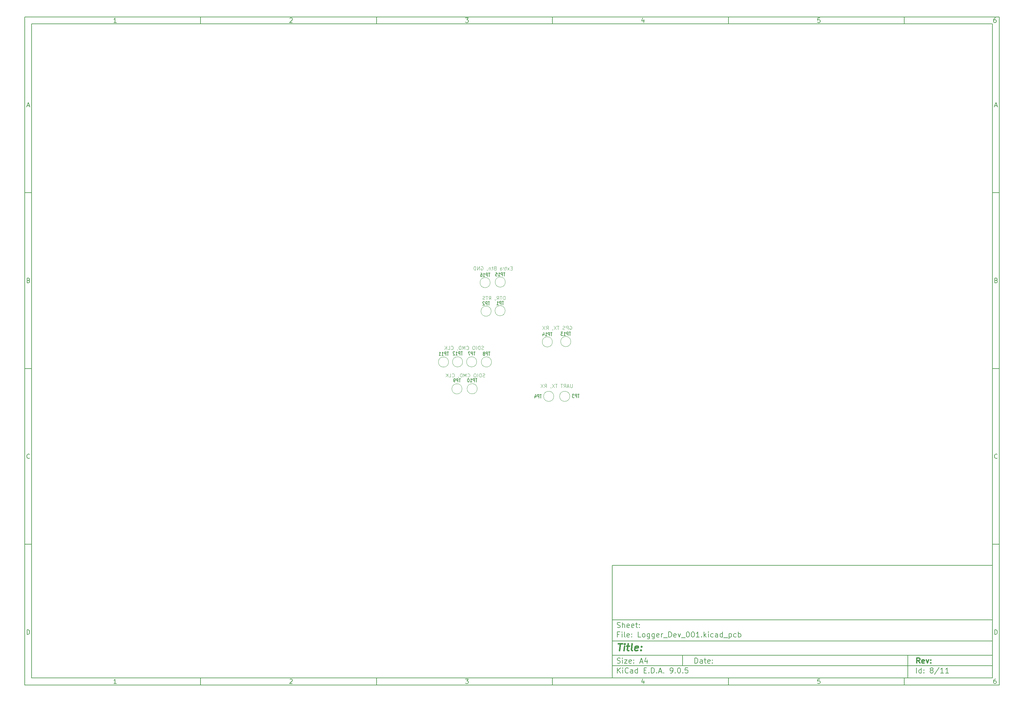
<source format=gbr>
%TF.GenerationSoftware,KiCad,Pcbnew,9.0.5*%
%TF.CreationDate,2025-12-06T02:43:12+13:00*%
%TF.ProjectId,Logger_Dev_001,4c6f6767-6572-45f4-9465-765f3030312e,rev?*%
%TF.SameCoordinates,Original*%
%TF.FileFunction,Legend,Bot*%
%TF.FilePolarity,Positive*%
%FSLAX46Y46*%
G04 Gerber Fmt 4.6, Leading zero omitted, Abs format (unit mm)*
G04 Created by KiCad (PCBNEW 9.0.5) date 2025-12-06 02:43:12*
%MOMM*%
%LPD*%
G01*
G04 APERTURE LIST*
%ADD10C,0.100000*%
%ADD11C,0.150000*%
%ADD12C,0.300000*%
%ADD13C,0.400000*%
%ADD14C,0.120000*%
G04 APERTURE END LIST*
D10*
D11*
X177002200Y-166007200D02*
X285002200Y-166007200D01*
X285002200Y-198007200D01*
X177002200Y-198007200D01*
X177002200Y-166007200D01*
D10*
D11*
X10000000Y-10000000D02*
X287002200Y-10000000D01*
X287002200Y-200007200D01*
X10000000Y-200007200D01*
X10000000Y-10000000D01*
D10*
D11*
X12000000Y-12000000D02*
X285002200Y-12000000D01*
X285002200Y-198007200D01*
X12000000Y-198007200D01*
X12000000Y-12000000D01*
D10*
D11*
X60000000Y-12000000D02*
X60000000Y-10000000D01*
D10*
D11*
X110000000Y-12000000D02*
X110000000Y-10000000D01*
D10*
D11*
X160000000Y-12000000D02*
X160000000Y-10000000D01*
D10*
D11*
X210000000Y-12000000D02*
X210000000Y-10000000D01*
D10*
D11*
X260000000Y-12000000D02*
X260000000Y-10000000D01*
D10*
D11*
X36089160Y-11593604D02*
X35346303Y-11593604D01*
X35717731Y-11593604D02*
X35717731Y-10293604D01*
X35717731Y-10293604D02*
X35593922Y-10479319D01*
X35593922Y-10479319D02*
X35470112Y-10603128D01*
X35470112Y-10603128D02*
X35346303Y-10665033D01*
D10*
D11*
X85346303Y-10417414D02*
X85408207Y-10355509D01*
X85408207Y-10355509D02*
X85532017Y-10293604D01*
X85532017Y-10293604D02*
X85841541Y-10293604D01*
X85841541Y-10293604D02*
X85965350Y-10355509D01*
X85965350Y-10355509D02*
X86027255Y-10417414D01*
X86027255Y-10417414D02*
X86089160Y-10541223D01*
X86089160Y-10541223D02*
X86089160Y-10665033D01*
X86089160Y-10665033D02*
X86027255Y-10850747D01*
X86027255Y-10850747D02*
X85284398Y-11593604D01*
X85284398Y-11593604D02*
X86089160Y-11593604D01*
D10*
D11*
X135284398Y-10293604D02*
X136089160Y-10293604D01*
X136089160Y-10293604D02*
X135655826Y-10788842D01*
X135655826Y-10788842D02*
X135841541Y-10788842D01*
X135841541Y-10788842D02*
X135965350Y-10850747D01*
X135965350Y-10850747D02*
X136027255Y-10912652D01*
X136027255Y-10912652D02*
X136089160Y-11036461D01*
X136089160Y-11036461D02*
X136089160Y-11345985D01*
X136089160Y-11345985D02*
X136027255Y-11469795D01*
X136027255Y-11469795D02*
X135965350Y-11531700D01*
X135965350Y-11531700D02*
X135841541Y-11593604D01*
X135841541Y-11593604D02*
X135470112Y-11593604D01*
X135470112Y-11593604D02*
X135346303Y-11531700D01*
X135346303Y-11531700D02*
X135284398Y-11469795D01*
D10*
D11*
X185965350Y-10726938D02*
X185965350Y-11593604D01*
X185655826Y-10231700D02*
X185346303Y-11160271D01*
X185346303Y-11160271D02*
X186151064Y-11160271D01*
D10*
D11*
X236027255Y-10293604D02*
X235408207Y-10293604D01*
X235408207Y-10293604D02*
X235346303Y-10912652D01*
X235346303Y-10912652D02*
X235408207Y-10850747D01*
X235408207Y-10850747D02*
X235532017Y-10788842D01*
X235532017Y-10788842D02*
X235841541Y-10788842D01*
X235841541Y-10788842D02*
X235965350Y-10850747D01*
X235965350Y-10850747D02*
X236027255Y-10912652D01*
X236027255Y-10912652D02*
X236089160Y-11036461D01*
X236089160Y-11036461D02*
X236089160Y-11345985D01*
X236089160Y-11345985D02*
X236027255Y-11469795D01*
X236027255Y-11469795D02*
X235965350Y-11531700D01*
X235965350Y-11531700D02*
X235841541Y-11593604D01*
X235841541Y-11593604D02*
X235532017Y-11593604D01*
X235532017Y-11593604D02*
X235408207Y-11531700D01*
X235408207Y-11531700D02*
X235346303Y-11469795D01*
D10*
D11*
X285965350Y-10293604D02*
X285717731Y-10293604D01*
X285717731Y-10293604D02*
X285593922Y-10355509D01*
X285593922Y-10355509D02*
X285532017Y-10417414D01*
X285532017Y-10417414D02*
X285408207Y-10603128D01*
X285408207Y-10603128D02*
X285346303Y-10850747D01*
X285346303Y-10850747D02*
X285346303Y-11345985D01*
X285346303Y-11345985D02*
X285408207Y-11469795D01*
X285408207Y-11469795D02*
X285470112Y-11531700D01*
X285470112Y-11531700D02*
X285593922Y-11593604D01*
X285593922Y-11593604D02*
X285841541Y-11593604D01*
X285841541Y-11593604D02*
X285965350Y-11531700D01*
X285965350Y-11531700D02*
X286027255Y-11469795D01*
X286027255Y-11469795D02*
X286089160Y-11345985D01*
X286089160Y-11345985D02*
X286089160Y-11036461D01*
X286089160Y-11036461D02*
X286027255Y-10912652D01*
X286027255Y-10912652D02*
X285965350Y-10850747D01*
X285965350Y-10850747D02*
X285841541Y-10788842D01*
X285841541Y-10788842D02*
X285593922Y-10788842D01*
X285593922Y-10788842D02*
X285470112Y-10850747D01*
X285470112Y-10850747D02*
X285408207Y-10912652D01*
X285408207Y-10912652D02*
X285346303Y-11036461D01*
D10*
D11*
X60000000Y-198007200D02*
X60000000Y-200007200D01*
D10*
D11*
X110000000Y-198007200D02*
X110000000Y-200007200D01*
D10*
D11*
X160000000Y-198007200D02*
X160000000Y-200007200D01*
D10*
D11*
X210000000Y-198007200D02*
X210000000Y-200007200D01*
D10*
D11*
X260000000Y-198007200D02*
X260000000Y-200007200D01*
D10*
D11*
X36089160Y-199600804D02*
X35346303Y-199600804D01*
X35717731Y-199600804D02*
X35717731Y-198300804D01*
X35717731Y-198300804D02*
X35593922Y-198486519D01*
X35593922Y-198486519D02*
X35470112Y-198610328D01*
X35470112Y-198610328D02*
X35346303Y-198672233D01*
D10*
D11*
X85346303Y-198424614D02*
X85408207Y-198362709D01*
X85408207Y-198362709D02*
X85532017Y-198300804D01*
X85532017Y-198300804D02*
X85841541Y-198300804D01*
X85841541Y-198300804D02*
X85965350Y-198362709D01*
X85965350Y-198362709D02*
X86027255Y-198424614D01*
X86027255Y-198424614D02*
X86089160Y-198548423D01*
X86089160Y-198548423D02*
X86089160Y-198672233D01*
X86089160Y-198672233D02*
X86027255Y-198857947D01*
X86027255Y-198857947D02*
X85284398Y-199600804D01*
X85284398Y-199600804D02*
X86089160Y-199600804D01*
D10*
D11*
X135284398Y-198300804D02*
X136089160Y-198300804D01*
X136089160Y-198300804D02*
X135655826Y-198796042D01*
X135655826Y-198796042D02*
X135841541Y-198796042D01*
X135841541Y-198796042D02*
X135965350Y-198857947D01*
X135965350Y-198857947D02*
X136027255Y-198919852D01*
X136027255Y-198919852D02*
X136089160Y-199043661D01*
X136089160Y-199043661D02*
X136089160Y-199353185D01*
X136089160Y-199353185D02*
X136027255Y-199476995D01*
X136027255Y-199476995D02*
X135965350Y-199538900D01*
X135965350Y-199538900D02*
X135841541Y-199600804D01*
X135841541Y-199600804D02*
X135470112Y-199600804D01*
X135470112Y-199600804D02*
X135346303Y-199538900D01*
X135346303Y-199538900D02*
X135284398Y-199476995D01*
D10*
D11*
X185965350Y-198734138D02*
X185965350Y-199600804D01*
X185655826Y-198238900D02*
X185346303Y-199167471D01*
X185346303Y-199167471D02*
X186151064Y-199167471D01*
D10*
D11*
X236027255Y-198300804D02*
X235408207Y-198300804D01*
X235408207Y-198300804D02*
X235346303Y-198919852D01*
X235346303Y-198919852D02*
X235408207Y-198857947D01*
X235408207Y-198857947D02*
X235532017Y-198796042D01*
X235532017Y-198796042D02*
X235841541Y-198796042D01*
X235841541Y-198796042D02*
X235965350Y-198857947D01*
X235965350Y-198857947D02*
X236027255Y-198919852D01*
X236027255Y-198919852D02*
X236089160Y-199043661D01*
X236089160Y-199043661D02*
X236089160Y-199353185D01*
X236089160Y-199353185D02*
X236027255Y-199476995D01*
X236027255Y-199476995D02*
X235965350Y-199538900D01*
X235965350Y-199538900D02*
X235841541Y-199600804D01*
X235841541Y-199600804D02*
X235532017Y-199600804D01*
X235532017Y-199600804D02*
X235408207Y-199538900D01*
X235408207Y-199538900D02*
X235346303Y-199476995D01*
D10*
D11*
X285965350Y-198300804D02*
X285717731Y-198300804D01*
X285717731Y-198300804D02*
X285593922Y-198362709D01*
X285593922Y-198362709D02*
X285532017Y-198424614D01*
X285532017Y-198424614D02*
X285408207Y-198610328D01*
X285408207Y-198610328D02*
X285346303Y-198857947D01*
X285346303Y-198857947D02*
X285346303Y-199353185D01*
X285346303Y-199353185D02*
X285408207Y-199476995D01*
X285408207Y-199476995D02*
X285470112Y-199538900D01*
X285470112Y-199538900D02*
X285593922Y-199600804D01*
X285593922Y-199600804D02*
X285841541Y-199600804D01*
X285841541Y-199600804D02*
X285965350Y-199538900D01*
X285965350Y-199538900D02*
X286027255Y-199476995D01*
X286027255Y-199476995D02*
X286089160Y-199353185D01*
X286089160Y-199353185D02*
X286089160Y-199043661D01*
X286089160Y-199043661D02*
X286027255Y-198919852D01*
X286027255Y-198919852D02*
X285965350Y-198857947D01*
X285965350Y-198857947D02*
X285841541Y-198796042D01*
X285841541Y-198796042D02*
X285593922Y-198796042D01*
X285593922Y-198796042D02*
X285470112Y-198857947D01*
X285470112Y-198857947D02*
X285408207Y-198919852D01*
X285408207Y-198919852D02*
X285346303Y-199043661D01*
D10*
D11*
X10000000Y-60000000D02*
X12000000Y-60000000D01*
D10*
D11*
X10000000Y-110000000D02*
X12000000Y-110000000D01*
D10*
D11*
X10000000Y-160000000D02*
X12000000Y-160000000D01*
D10*
D11*
X10690476Y-35222176D02*
X11309523Y-35222176D01*
X10566666Y-35593604D02*
X10999999Y-34293604D01*
X10999999Y-34293604D02*
X11433333Y-35593604D01*
D10*
D11*
X11092857Y-84912652D02*
X11278571Y-84974557D01*
X11278571Y-84974557D02*
X11340476Y-85036461D01*
X11340476Y-85036461D02*
X11402380Y-85160271D01*
X11402380Y-85160271D02*
X11402380Y-85345985D01*
X11402380Y-85345985D02*
X11340476Y-85469795D01*
X11340476Y-85469795D02*
X11278571Y-85531700D01*
X11278571Y-85531700D02*
X11154761Y-85593604D01*
X11154761Y-85593604D02*
X10659523Y-85593604D01*
X10659523Y-85593604D02*
X10659523Y-84293604D01*
X10659523Y-84293604D02*
X11092857Y-84293604D01*
X11092857Y-84293604D02*
X11216666Y-84355509D01*
X11216666Y-84355509D02*
X11278571Y-84417414D01*
X11278571Y-84417414D02*
X11340476Y-84541223D01*
X11340476Y-84541223D02*
X11340476Y-84665033D01*
X11340476Y-84665033D02*
X11278571Y-84788842D01*
X11278571Y-84788842D02*
X11216666Y-84850747D01*
X11216666Y-84850747D02*
X11092857Y-84912652D01*
X11092857Y-84912652D02*
X10659523Y-84912652D01*
D10*
D11*
X11402380Y-135469795D02*
X11340476Y-135531700D01*
X11340476Y-135531700D02*
X11154761Y-135593604D01*
X11154761Y-135593604D02*
X11030952Y-135593604D01*
X11030952Y-135593604D02*
X10845238Y-135531700D01*
X10845238Y-135531700D02*
X10721428Y-135407890D01*
X10721428Y-135407890D02*
X10659523Y-135284080D01*
X10659523Y-135284080D02*
X10597619Y-135036461D01*
X10597619Y-135036461D02*
X10597619Y-134850747D01*
X10597619Y-134850747D02*
X10659523Y-134603128D01*
X10659523Y-134603128D02*
X10721428Y-134479319D01*
X10721428Y-134479319D02*
X10845238Y-134355509D01*
X10845238Y-134355509D02*
X11030952Y-134293604D01*
X11030952Y-134293604D02*
X11154761Y-134293604D01*
X11154761Y-134293604D02*
X11340476Y-134355509D01*
X11340476Y-134355509D02*
X11402380Y-134417414D01*
D10*
D11*
X10659523Y-185593604D02*
X10659523Y-184293604D01*
X10659523Y-184293604D02*
X10969047Y-184293604D01*
X10969047Y-184293604D02*
X11154761Y-184355509D01*
X11154761Y-184355509D02*
X11278571Y-184479319D01*
X11278571Y-184479319D02*
X11340476Y-184603128D01*
X11340476Y-184603128D02*
X11402380Y-184850747D01*
X11402380Y-184850747D02*
X11402380Y-185036461D01*
X11402380Y-185036461D02*
X11340476Y-185284080D01*
X11340476Y-185284080D02*
X11278571Y-185407890D01*
X11278571Y-185407890D02*
X11154761Y-185531700D01*
X11154761Y-185531700D02*
X10969047Y-185593604D01*
X10969047Y-185593604D02*
X10659523Y-185593604D01*
D10*
D11*
X287002200Y-60000000D02*
X285002200Y-60000000D01*
D10*
D11*
X287002200Y-110000000D02*
X285002200Y-110000000D01*
D10*
D11*
X287002200Y-160000000D02*
X285002200Y-160000000D01*
D10*
D11*
X285692676Y-35222176D02*
X286311723Y-35222176D01*
X285568866Y-35593604D02*
X286002199Y-34293604D01*
X286002199Y-34293604D02*
X286435533Y-35593604D01*
D10*
D11*
X286095057Y-84912652D02*
X286280771Y-84974557D01*
X286280771Y-84974557D02*
X286342676Y-85036461D01*
X286342676Y-85036461D02*
X286404580Y-85160271D01*
X286404580Y-85160271D02*
X286404580Y-85345985D01*
X286404580Y-85345985D02*
X286342676Y-85469795D01*
X286342676Y-85469795D02*
X286280771Y-85531700D01*
X286280771Y-85531700D02*
X286156961Y-85593604D01*
X286156961Y-85593604D02*
X285661723Y-85593604D01*
X285661723Y-85593604D02*
X285661723Y-84293604D01*
X285661723Y-84293604D02*
X286095057Y-84293604D01*
X286095057Y-84293604D02*
X286218866Y-84355509D01*
X286218866Y-84355509D02*
X286280771Y-84417414D01*
X286280771Y-84417414D02*
X286342676Y-84541223D01*
X286342676Y-84541223D02*
X286342676Y-84665033D01*
X286342676Y-84665033D02*
X286280771Y-84788842D01*
X286280771Y-84788842D02*
X286218866Y-84850747D01*
X286218866Y-84850747D02*
X286095057Y-84912652D01*
X286095057Y-84912652D02*
X285661723Y-84912652D01*
D10*
D11*
X286404580Y-135469795D02*
X286342676Y-135531700D01*
X286342676Y-135531700D02*
X286156961Y-135593604D01*
X286156961Y-135593604D02*
X286033152Y-135593604D01*
X286033152Y-135593604D02*
X285847438Y-135531700D01*
X285847438Y-135531700D02*
X285723628Y-135407890D01*
X285723628Y-135407890D02*
X285661723Y-135284080D01*
X285661723Y-135284080D02*
X285599819Y-135036461D01*
X285599819Y-135036461D02*
X285599819Y-134850747D01*
X285599819Y-134850747D02*
X285661723Y-134603128D01*
X285661723Y-134603128D02*
X285723628Y-134479319D01*
X285723628Y-134479319D02*
X285847438Y-134355509D01*
X285847438Y-134355509D02*
X286033152Y-134293604D01*
X286033152Y-134293604D02*
X286156961Y-134293604D01*
X286156961Y-134293604D02*
X286342676Y-134355509D01*
X286342676Y-134355509D02*
X286404580Y-134417414D01*
D10*
D11*
X285661723Y-185593604D02*
X285661723Y-184293604D01*
X285661723Y-184293604D02*
X285971247Y-184293604D01*
X285971247Y-184293604D02*
X286156961Y-184355509D01*
X286156961Y-184355509D02*
X286280771Y-184479319D01*
X286280771Y-184479319D02*
X286342676Y-184603128D01*
X286342676Y-184603128D02*
X286404580Y-184850747D01*
X286404580Y-184850747D02*
X286404580Y-185036461D01*
X286404580Y-185036461D02*
X286342676Y-185284080D01*
X286342676Y-185284080D02*
X286280771Y-185407890D01*
X286280771Y-185407890D02*
X286156961Y-185531700D01*
X286156961Y-185531700D02*
X285971247Y-185593604D01*
X285971247Y-185593604D02*
X285661723Y-185593604D01*
D10*
D11*
X200458026Y-193793328D02*
X200458026Y-192293328D01*
X200458026Y-192293328D02*
X200815169Y-192293328D01*
X200815169Y-192293328D02*
X201029455Y-192364757D01*
X201029455Y-192364757D02*
X201172312Y-192507614D01*
X201172312Y-192507614D02*
X201243741Y-192650471D01*
X201243741Y-192650471D02*
X201315169Y-192936185D01*
X201315169Y-192936185D02*
X201315169Y-193150471D01*
X201315169Y-193150471D02*
X201243741Y-193436185D01*
X201243741Y-193436185D02*
X201172312Y-193579042D01*
X201172312Y-193579042D02*
X201029455Y-193721900D01*
X201029455Y-193721900D02*
X200815169Y-193793328D01*
X200815169Y-193793328D02*
X200458026Y-193793328D01*
X202600884Y-193793328D02*
X202600884Y-193007614D01*
X202600884Y-193007614D02*
X202529455Y-192864757D01*
X202529455Y-192864757D02*
X202386598Y-192793328D01*
X202386598Y-192793328D02*
X202100884Y-192793328D01*
X202100884Y-192793328D02*
X201958026Y-192864757D01*
X202600884Y-193721900D02*
X202458026Y-193793328D01*
X202458026Y-193793328D02*
X202100884Y-193793328D01*
X202100884Y-193793328D02*
X201958026Y-193721900D01*
X201958026Y-193721900D02*
X201886598Y-193579042D01*
X201886598Y-193579042D02*
X201886598Y-193436185D01*
X201886598Y-193436185D02*
X201958026Y-193293328D01*
X201958026Y-193293328D02*
X202100884Y-193221900D01*
X202100884Y-193221900D02*
X202458026Y-193221900D01*
X202458026Y-193221900D02*
X202600884Y-193150471D01*
X203100884Y-192793328D02*
X203672312Y-192793328D01*
X203315169Y-192293328D02*
X203315169Y-193579042D01*
X203315169Y-193579042D02*
X203386598Y-193721900D01*
X203386598Y-193721900D02*
X203529455Y-193793328D01*
X203529455Y-193793328D02*
X203672312Y-193793328D01*
X204743741Y-193721900D02*
X204600884Y-193793328D01*
X204600884Y-193793328D02*
X204315170Y-193793328D01*
X204315170Y-193793328D02*
X204172312Y-193721900D01*
X204172312Y-193721900D02*
X204100884Y-193579042D01*
X204100884Y-193579042D02*
X204100884Y-193007614D01*
X204100884Y-193007614D02*
X204172312Y-192864757D01*
X204172312Y-192864757D02*
X204315170Y-192793328D01*
X204315170Y-192793328D02*
X204600884Y-192793328D01*
X204600884Y-192793328D02*
X204743741Y-192864757D01*
X204743741Y-192864757D02*
X204815170Y-193007614D01*
X204815170Y-193007614D02*
X204815170Y-193150471D01*
X204815170Y-193150471D02*
X204100884Y-193293328D01*
X205458026Y-193650471D02*
X205529455Y-193721900D01*
X205529455Y-193721900D02*
X205458026Y-193793328D01*
X205458026Y-193793328D02*
X205386598Y-193721900D01*
X205386598Y-193721900D02*
X205458026Y-193650471D01*
X205458026Y-193650471D02*
X205458026Y-193793328D01*
X205458026Y-192864757D02*
X205529455Y-192936185D01*
X205529455Y-192936185D02*
X205458026Y-193007614D01*
X205458026Y-193007614D02*
X205386598Y-192936185D01*
X205386598Y-192936185D02*
X205458026Y-192864757D01*
X205458026Y-192864757D02*
X205458026Y-193007614D01*
D10*
D11*
X177002200Y-194507200D02*
X285002200Y-194507200D01*
D10*
D11*
X178458026Y-196593328D02*
X178458026Y-195093328D01*
X179315169Y-196593328D02*
X178672312Y-195736185D01*
X179315169Y-195093328D02*
X178458026Y-195950471D01*
X179958026Y-196593328D02*
X179958026Y-195593328D01*
X179958026Y-195093328D02*
X179886598Y-195164757D01*
X179886598Y-195164757D02*
X179958026Y-195236185D01*
X179958026Y-195236185D02*
X180029455Y-195164757D01*
X180029455Y-195164757D02*
X179958026Y-195093328D01*
X179958026Y-195093328D02*
X179958026Y-195236185D01*
X181529455Y-196450471D02*
X181458027Y-196521900D01*
X181458027Y-196521900D02*
X181243741Y-196593328D01*
X181243741Y-196593328D02*
X181100884Y-196593328D01*
X181100884Y-196593328D02*
X180886598Y-196521900D01*
X180886598Y-196521900D02*
X180743741Y-196379042D01*
X180743741Y-196379042D02*
X180672312Y-196236185D01*
X180672312Y-196236185D02*
X180600884Y-195950471D01*
X180600884Y-195950471D02*
X180600884Y-195736185D01*
X180600884Y-195736185D02*
X180672312Y-195450471D01*
X180672312Y-195450471D02*
X180743741Y-195307614D01*
X180743741Y-195307614D02*
X180886598Y-195164757D01*
X180886598Y-195164757D02*
X181100884Y-195093328D01*
X181100884Y-195093328D02*
X181243741Y-195093328D01*
X181243741Y-195093328D02*
X181458027Y-195164757D01*
X181458027Y-195164757D02*
X181529455Y-195236185D01*
X182815170Y-196593328D02*
X182815170Y-195807614D01*
X182815170Y-195807614D02*
X182743741Y-195664757D01*
X182743741Y-195664757D02*
X182600884Y-195593328D01*
X182600884Y-195593328D02*
X182315170Y-195593328D01*
X182315170Y-195593328D02*
X182172312Y-195664757D01*
X182815170Y-196521900D02*
X182672312Y-196593328D01*
X182672312Y-196593328D02*
X182315170Y-196593328D01*
X182315170Y-196593328D02*
X182172312Y-196521900D01*
X182172312Y-196521900D02*
X182100884Y-196379042D01*
X182100884Y-196379042D02*
X182100884Y-196236185D01*
X182100884Y-196236185D02*
X182172312Y-196093328D01*
X182172312Y-196093328D02*
X182315170Y-196021900D01*
X182315170Y-196021900D02*
X182672312Y-196021900D01*
X182672312Y-196021900D02*
X182815170Y-195950471D01*
X184172313Y-196593328D02*
X184172313Y-195093328D01*
X184172313Y-196521900D02*
X184029455Y-196593328D01*
X184029455Y-196593328D02*
X183743741Y-196593328D01*
X183743741Y-196593328D02*
X183600884Y-196521900D01*
X183600884Y-196521900D02*
X183529455Y-196450471D01*
X183529455Y-196450471D02*
X183458027Y-196307614D01*
X183458027Y-196307614D02*
X183458027Y-195879042D01*
X183458027Y-195879042D02*
X183529455Y-195736185D01*
X183529455Y-195736185D02*
X183600884Y-195664757D01*
X183600884Y-195664757D02*
X183743741Y-195593328D01*
X183743741Y-195593328D02*
X184029455Y-195593328D01*
X184029455Y-195593328D02*
X184172313Y-195664757D01*
X186029455Y-195807614D02*
X186529455Y-195807614D01*
X186743741Y-196593328D02*
X186029455Y-196593328D01*
X186029455Y-196593328D02*
X186029455Y-195093328D01*
X186029455Y-195093328D02*
X186743741Y-195093328D01*
X187386598Y-196450471D02*
X187458027Y-196521900D01*
X187458027Y-196521900D02*
X187386598Y-196593328D01*
X187386598Y-196593328D02*
X187315170Y-196521900D01*
X187315170Y-196521900D02*
X187386598Y-196450471D01*
X187386598Y-196450471D02*
X187386598Y-196593328D01*
X188100884Y-196593328D02*
X188100884Y-195093328D01*
X188100884Y-195093328D02*
X188458027Y-195093328D01*
X188458027Y-195093328D02*
X188672313Y-195164757D01*
X188672313Y-195164757D02*
X188815170Y-195307614D01*
X188815170Y-195307614D02*
X188886599Y-195450471D01*
X188886599Y-195450471D02*
X188958027Y-195736185D01*
X188958027Y-195736185D02*
X188958027Y-195950471D01*
X188958027Y-195950471D02*
X188886599Y-196236185D01*
X188886599Y-196236185D02*
X188815170Y-196379042D01*
X188815170Y-196379042D02*
X188672313Y-196521900D01*
X188672313Y-196521900D02*
X188458027Y-196593328D01*
X188458027Y-196593328D02*
X188100884Y-196593328D01*
X189600884Y-196450471D02*
X189672313Y-196521900D01*
X189672313Y-196521900D02*
X189600884Y-196593328D01*
X189600884Y-196593328D02*
X189529456Y-196521900D01*
X189529456Y-196521900D02*
X189600884Y-196450471D01*
X189600884Y-196450471D02*
X189600884Y-196593328D01*
X190243742Y-196164757D02*
X190958028Y-196164757D01*
X190100885Y-196593328D02*
X190600885Y-195093328D01*
X190600885Y-195093328D02*
X191100885Y-196593328D01*
X191600884Y-196450471D02*
X191672313Y-196521900D01*
X191672313Y-196521900D02*
X191600884Y-196593328D01*
X191600884Y-196593328D02*
X191529456Y-196521900D01*
X191529456Y-196521900D02*
X191600884Y-196450471D01*
X191600884Y-196450471D02*
X191600884Y-196593328D01*
X193529456Y-196593328D02*
X193815170Y-196593328D01*
X193815170Y-196593328D02*
X193958027Y-196521900D01*
X193958027Y-196521900D02*
X194029456Y-196450471D01*
X194029456Y-196450471D02*
X194172313Y-196236185D01*
X194172313Y-196236185D02*
X194243742Y-195950471D01*
X194243742Y-195950471D02*
X194243742Y-195379042D01*
X194243742Y-195379042D02*
X194172313Y-195236185D01*
X194172313Y-195236185D02*
X194100885Y-195164757D01*
X194100885Y-195164757D02*
X193958027Y-195093328D01*
X193958027Y-195093328D02*
X193672313Y-195093328D01*
X193672313Y-195093328D02*
X193529456Y-195164757D01*
X193529456Y-195164757D02*
X193458027Y-195236185D01*
X193458027Y-195236185D02*
X193386599Y-195379042D01*
X193386599Y-195379042D02*
X193386599Y-195736185D01*
X193386599Y-195736185D02*
X193458027Y-195879042D01*
X193458027Y-195879042D02*
X193529456Y-195950471D01*
X193529456Y-195950471D02*
X193672313Y-196021900D01*
X193672313Y-196021900D02*
X193958027Y-196021900D01*
X193958027Y-196021900D02*
X194100885Y-195950471D01*
X194100885Y-195950471D02*
X194172313Y-195879042D01*
X194172313Y-195879042D02*
X194243742Y-195736185D01*
X194886598Y-196450471D02*
X194958027Y-196521900D01*
X194958027Y-196521900D02*
X194886598Y-196593328D01*
X194886598Y-196593328D02*
X194815170Y-196521900D01*
X194815170Y-196521900D02*
X194886598Y-196450471D01*
X194886598Y-196450471D02*
X194886598Y-196593328D01*
X195886599Y-195093328D02*
X196029456Y-195093328D01*
X196029456Y-195093328D02*
X196172313Y-195164757D01*
X196172313Y-195164757D02*
X196243742Y-195236185D01*
X196243742Y-195236185D02*
X196315170Y-195379042D01*
X196315170Y-195379042D02*
X196386599Y-195664757D01*
X196386599Y-195664757D02*
X196386599Y-196021900D01*
X196386599Y-196021900D02*
X196315170Y-196307614D01*
X196315170Y-196307614D02*
X196243742Y-196450471D01*
X196243742Y-196450471D02*
X196172313Y-196521900D01*
X196172313Y-196521900D02*
X196029456Y-196593328D01*
X196029456Y-196593328D02*
X195886599Y-196593328D01*
X195886599Y-196593328D02*
X195743742Y-196521900D01*
X195743742Y-196521900D02*
X195672313Y-196450471D01*
X195672313Y-196450471D02*
X195600884Y-196307614D01*
X195600884Y-196307614D02*
X195529456Y-196021900D01*
X195529456Y-196021900D02*
X195529456Y-195664757D01*
X195529456Y-195664757D02*
X195600884Y-195379042D01*
X195600884Y-195379042D02*
X195672313Y-195236185D01*
X195672313Y-195236185D02*
X195743742Y-195164757D01*
X195743742Y-195164757D02*
X195886599Y-195093328D01*
X197029455Y-196450471D02*
X197100884Y-196521900D01*
X197100884Y-196521900D02*
X197029455Y-196593328D01*
X197029455Y-196593328D02*
X196958027Y-196521900D01*
X196958027Y-196521900D02*
X197029455Y-196450471D01*
X197029455Y-196450471D02*
X197029455Y-196593328D01*
X198458027Y-195093328D02*
X197743741Y-195093328D01*
X197743741Y-195093328D02*
X197672313Y-195807614D01*
X197672313Y-195807614D02*
X197743741Y-195736185D01*
X197743741Y-195736185D02*
X197886599Y-195664757D01*
X197886599Y-195664757D02*
X198243741Y-195664757D01*
X198243741Y-195664757D02*
X198386599Y-195736185D01*
X198386599Y-195736185D02*
X198458027Y-195807614D01*
X198458027Y-195807614D02*
X198529456Y-195950471D01*
X198529456Y-195950471D02*
X198529456Y-196307614D01*
X198529456Y-196307614D02*
X198458027Y-196450471D01*
X198458027Y-196450471D02*
X198386599Y-196521900D01*
X198386599Y-196521900D02*
X198243741Y-196593328D01*
X198243741Y-196593328D02*
X197886599Y-196593328D01*
X197886599Y-196593328D02*
X197743741Y-196521900D01*
X197743741Y-196521900D02*
X197672313Y-196450471D01*
D10*
D11*
X177002200Y-191507200D02*
X285002200Y-191507200D01*
D10*
D12*
X264413853Y-193785528D02*
X263913853Y-193071242D01*
X263556710Y-193785528D02*
X263556710Y-192285528D01*
X263556710Y-192285528D02*
X264128139Y-192285528D01*
X264128139Y-192285528D02*
X264270996Y-192356957D01*
X264270996Y-192356957D02*
X264342425Y-192428385D01*
X264342425Y-192428385D02*
X264413853Y-192571242D01*
X264413853Y-192571242D02*
X264413853Y-192785528D01*
X264413853Y-192785528D02*
X264342425Y-192928385D01*
X264342425Y-192928385D02*
X264270996Y-192999814D01*
X264270996Y-192999814D02*
X264128139Y-193071242D01*
X264128139Y-193071242D02*
X263556710Y-193071242D01*
X265628139Y-193714100D02*
X265485282Y-193785528D01*
X265485282Y-193785528D02*
X265199568Y-193785528D01*
X265199568Y-193785528D02*
X265056710Y-193714100D01*
X265056710Y-193714100D02*
X264985282Y-193571242D01*
X264985282Y-193571242D02*
X264985282Y-192999814D01*
X264985282Y-192999814D02*
X265056710Y-192856957D01*
X265056710Y-192856957D02*
X265199568Y-192785528D01*
X265199568Y-192785528D02*
X265485282Y-192785528D01*
X265485282Y-192785528D02*
X265628139Y-192856957D01*
X265628139Y-192856957D02*
X265699568Y-192999814D01*
X265699568Y-192999814D02*
X265699568Y-193142671D01*
X265699568Y-193142671D02*
X264985282Y-193285528D01*
X266199567Y-192785528D02*
X266556710Y-193785528D01*
X266556710Y-193785528D02*
X266913853Y-192785528D01*
X267485281Y-193642671D02*
X267556710Y-193714100D01*
X267556710Y-193714100D02*
X267485281Y-193785528D01*
X267485281Y-193785528D02*
X267413853Y-193714100D01*
X267413853Y-193714100D02*
X267485281Y-193642671D01*
X267485281Y-193642671D02*
X267485281Y-193785528D01*
X267485281Y-192856957D02*
X267556710Y-192928385D01*
X267556710Y-192928385D02*
X267485281Y-192999814D01*
X267485281Y-192999814D02*
X267413853Y-192928385D01*
X267413853Y-192928385D02*
X267485281Y-192856957D01*
X267485281Y-192856957D02*
X267485281Y-192999814D01*
D10*
D11*
X178386598Y-193721900D02*
X178600884Y-193793328D01*
X178600884Y-193793328D02*
X178958026Y-193793328D01*
X178958026Y-193793328D02*
X179100884Y-193721900D01*
X179100884Y-193721900D02*
X179172312Y-193650471D01*
X179172312Y-193650471D02*
X179243741Y-193507614D01*
X179243741Y-193507614D02*
X179243741Y-193364757D01*
X179243741Y-193364757D02*
X179172312Y-193221900D01*
X179172312Y-193221900D02*
X179100884Y-193150471D01*
X179100884Y-193150471D02*
X178958026Y-193079042D01*
X178958026Y-193079042D02*
X178672312Y-193007614D01*
X178672312Y-193007614D02*
X178529455Y-192936185D01*
X178529455Y-192936185D02*
X178458026Y-192864757D01*
X178458026Y-192864757D02*
X178386598Y-192721900D01*
X178386598Y-192721900D02*
X178386598Y-192579042D01*
X178386598Y-192579042D02*
X178458026Y-192436185D01*
X178458026Y-192436185D02*
X178529455Y-192364757D01*
X178529455Y-192364757D02*
X178672312Y-192293328D01*
X178672312Y-192293328D02*
X179029455Y-192293328D01*
X179029455Y-192293328D02*
X179243741Y-192364757D01*
X179886597Y-193793328D02*
X179886597Y-192793328D01*
X179886597Y-192293328D02*
X179815169Y-192364757D01*
X179815169Y-192364757D02*
X179886597Y-192436185D01*
X179886597Y-192436185D02*
X179958026Y-192364757D01*
X179958026Y-192364757D02*
X179886597Y-192293328D01*
X179886597Y-192293328D02*
X179886597Y-192436185D01*
X180458026Y-192793328D02*
X181243741Y-192793328D01*
X181243741Y-192793328D02*
X180458026Y-193793328D01*
X180458026Y-193793328D02*
X181243741Y-193793328D01*
X182386598Y-193721900D02*
X182243741Y-193793328D01*
X182243741Y-193793328D02*
X181958027Y-193793328D01*
X181958027Y-193793328D02*
X181815169Y-193721900D01*
X181815169Y-193721900D02*
X181743741Y-193579042D01*
X181743741Y-193579042D02*
X181743741Y-193007614D01*
X181743741Y-193007614D02*
X181815169Y-192864757D01*
X181815169Y-192864757D02*
X181958027Y-192793328D01*
X181958027Y-192793328D02*
X182243741Y-192793328D01*
X182243741Y-192793328D02*
X182386598Y-192864757D01*
X182386598Y-192864757D02*
X182458027Y-193007614D01*
X182458027Y-193007614D02*
X182458027Y-193150471D01*
X182458027Y-193150471D02*
X181743741Y-193293328D01*
X183100883Y-193650471D02*
X183172312Y-193721900D01*
X183172312Y-193721900D02*
X183100883Y-193793328D01*
X183100883Y-193793328D02*
X183029455Y-193721900D01*
X183029455Y-193721900D02*
X183100883Y-193650471D01*
X183100883Y-193650471D02*
X183100883Y-193793328D01*
X183100883Y-192864757D02*
X183172312Y-192936185D01*
X183172312Y-192936185D02*
X183100883Y-193007614D01*
X183100883Y-193007614D02*
X183029455Y-192936185D01*
X183029455Y-192936185D02*
X183100883Y-192864757D01*
X183100883Y-192864757D02*
X183100883Y-193007614D01*
X184886598Y-193364757D02*
X185600884Y-193364757D01*
X184743741Y-193793328D02*
X185243741Y-192293328D01*
X185243741Y-192293328D02*
X185743741Y-193793328D01*
X186886598Y-192793328D02*
X186886598Y-193793328D01*
X186529455Y-192221900D02*
X186172312Y-193293328D01*
X186172312Y-193293328D02*
X187100883Y-193293328D01*
D10*
D11*
X263458026Y-196593328D02*
X263458026Y-195093328D01*
X264815170Y-196593328D02*
X264815170Y-195093328D01*
X264815170Y-196521900D02*
X264672312Y-196593328D01*
X264672312Y-196593328D02*
X264386598Y-196593328D01*
X264386598Y-196593328D02*
X264243741Y-196521900D01*
X264243741Y-196521900D02*
X264172312Y-196450471D01*
X264172312Y-196450471D02*
X264100884Y-196307614D01*
X264100884Y-196307614D02*
X264100884Y-195879042D01*
X264100884Y-195879042D02*
X264172312Y-195736185D01*
X264172312Y-195736185D02*
X264243741Y-195664757D01*
X264243741Y-195664757D02*
X264386598Y-195593328D01*
X264386598Y-195593328D02*
X264672312Y-195593328D01*
X264672312Y-195593328D02*
X264815170Y-195664757D01*
X265529455Y-196450471D02*
X265600884Y-196521900D01*
X265600884Y-196521900D02*
X265529455Y-196593328D01*
X265529455Y-196593328D02*
X265458027Y-196521900D01*
X265458027Y-196521900D02*
X265529455Y-196450471D01*
X265529455Y-196450471D02*
X265529455Y-196593328D01*
X265529455Y-195664757D02*
X265600884Y-195736185D01*
X265600884Y-195736185D02*
X265529455Y-195807614D01*
X265529455Y-195807614D02*
X265458027Y-195736185D01*
X265458027Y-195736185D02*
X265529455Y-195664757D01*
X265529455Y-195664757D02*
X265529455Y-195807614D01*
X267600884Y-195736185D02*
X267458027Y-195664757D01*
X267458027Y-195664757D02*
X267386598Y-195593328D01*
X267386598Y-195593328D02*
X267315170Y-195450471D01*
X267315170Y-195450471D02*
X267315170Y-195379042D01*
X267315170Y-195379042D02*
X267386598Y-195236185D01*
X267386598Y-195236185D02*
X267458027Y-195164757D01*
X267458027Y-195164757D02*
X267600884Y-195093328D01*
X267600884Y-195093328D02*
X267886598Y-195093328D01*
X267886598Y-195093328D02*
X268029456Y-195164757D01*
X268029456Y-195164757D02*
X268100884Y-195236185D01*
X268100884Y-195236185D02*
X268172313Y-195379042D01*
X268172313Y-195379042D02*
X268172313Y-195450471D01*
X268172313Y-195450471D02*
X268100884Y-195593328D01*
X268100884Y-195593328D02*
X268029456Y-195664757D01*
X268029456Y-195664757D02*
X267886598Y-195736185D01*
X267886598Y-195736185D02*
X267600884Y-195736185D01*
X267600884Y-195736185D02*
X267458027Y-195807614D01*
X267458027Y-195807614D02*
X267386598Y-195879042D01*
X267386598Y-195879042D02*
X267315170Y-196021900D01*
X267315170Y-196021900D02*
X267315170Y-196307614D01*
X267315170Y-196307614D02*
X267386598Y-196450471D01*
X267386598Y-196450471D02*
X267458027Y-196521900D01*
X267458027Y-196521900D02*
X267600884Y-196593328D01*
X267600884Y-196593328D02*
X267886598Y-196593328D01*
X267886598Y-196593328D02*
X268029456Y-196521900D01*
X268029456Y-196521900D02*
X268100884Y-196450471D01*
X268100884Y-196450471D02*
X268172313Y-196307614D01*
X268172313Y-196307614D02*
X268172313Y-196021900D01*
X268172313Y-196021900D02*
X268100884Y-195879042D01*
X268100884Y-195879042D02*
X268029456Y-195807614D01*
X268029456Y-195807614D02*
X267886598Y-195736185D01*
X269886598Y-195021900D02*
X268600884Y-196950471D01*
X271172313Y-196593328D02*
X270315170Y-196593328D01*
X270743741Y-196593328D02*
X270743741Y-195093328D01*
X270743741Y-195093328D02*
X270600884Y-195307614D01*
X270600884Y-195307614D02*
X270458027Y-195450471D01*
X270458027Y-195450471D02*
X270315170Y-195521900D01*
X272600884Y-196593328D02*
X271743741Y-196593328D01*
X272172312Y-196593328D02*
X272172312Y-195093328D01*
X272172312Y-195093328D02*
X272029455Y-195307614D01*
X272029455Y-195307614D02*
X271886598Y-195450471D01*
X271886598Y-195450471D02*
X271743741Y-195521900D01*
D10*
D11*
X177002200Y-187507200D02*
X285002200Y-187507200D01*
D10*
D13*
X178693928Y-188211638D02*
X179836785Y-188211638D01*
X179015357Y-190211638D02*
X179265357Y-188211638D01*
X180253452Y-190211638D02*
X180420119Y-188878304D01*
X180503452Y-188211638D02*
X180396309Y-188306876D01*
X180396309Y-188306876D02*
X180479643Y-188402114D01*
X180479643Y-188402114D02*
X180586786Y-188306876D01*
X180586786Y-188306876D02*
X180503452Y-188211638D01*
X180503452Y-188211638D02*
X180479643Y-188402114D01*
X181086786Y-188878304D02*
X181848690Y-188878304D01*
X181455833Y-188211638D02*
X181241548Y-189925923D01*
X181241548Y-189925923D02*
X181312976Y-190116400D01*
X181312976Y-190116400D02*
X181491548Y-190211638D01*
X181491548Y-190211638D02*
X181682024Y-190211638D01*
X182634405Y-190211638D02*
X182455833Y-190116400D01*
X182455833Y-190116400D02*
X182384405Y-189925923D01*
X182384405Y-189925923D02*
X182598690Y-188211638D01*
X184170119Y-190116400D02*
X183967738Y-190211638D01*
X183967738Y-190211638D02*
X183586785Y-190211638D01*
X183586785Y-190211638D02*
X183408214Y-190116400D01*
X183408214Y-190116400D02*
X183336785Y-189925923D01*
X183336785Y-189925923D02*
X183432024Y-189164019D01*
X183432024Y-189164019D02*
X183551071Y-188973542D01*
X183551071Y-188973542D02*
X183753452Y-188878304D01*
X183753452Y-188878304D02*
X184134404Y-188878304D01*
X184134404Y-188878304D02*
X184312976Y-188973542D01*
X184312976Y-188973542D02*
X184384404Y-189164019D01*
X184384404Y-189164019D02*
X184360595Y-189354495D01*
X184360595Y-189354495D02*
X183384404Y-189544971D01*
X185134405Y-190021161D02*
X185217738Y-190116400D01*
X185217738Y-190116400D02*
X185110595Y-190211638D01*
X185110595Y-190211638D02*
X185027262Y-190116400D01*
X185027262Y-190116400D02*
X185134405Y-190021161D01*
X185134405Y-190021161D02*
X185110595Y-190211638D01*
X185265357Y-188973542D02*
X185348690Y-189068780D01*
X185348690Y-189068780D02*
X185241548Y-189164019D01*
X185241548Y-189164019D02*
X185158214Y-189068780D01*
X185158214Y-189068780D02*
X185265357Y-188973542D01*
X185265357Y-188973542D02*
X185241548Y-189164019D01*
D10*
D11*
X178958026Y-185607614D02*
X178458026Y-185607614D01*
X178458026Y-186393328D02*
X178458026Y-184893328D01*
X178458026Y-184893328D02*
X179172312Y-184893328D01*
X179743740Y-186393328D02*
X179743740Y-185393328D01*
X179743740Y-184893328D02*
X179672312Y-184964757D01*
X179672312Y-184964757D02*
X179743740Y-185036185D01*
X179743740Y-185036185D02*
X179815169Y-184964757D01*
X179815169Y-184964757D02*
X179743740Y-184893328D01*
X179743740Y-184893328D02*
X179743740Y-185036185D01*
X180672312Y-186393328D02*
X180529455Y-186321900D01*
X180529455Y-186321900D02*
X180458026Y-186179042D01*
X180458026Y-186179042D02*
X180458026Y-184893328D01*
X181815169Y-186321900D02*
X181672312Y-186393328D01*
X181672312Y-186393328D02*
X181386598Y-186393328D01*
X181386598Y-186393328D02*
X181243740Y-186321900D01*
X181243740Y-186321900D02*
X181172312Y-186179042D01*
X181172312Y-186179042D02*
X181172312Y-185607614D01*
X181172312Y-185607614D02*
X181243740Y-185464757D01*
X181243740Y-185464757D02*
X181386598Y-185393328D01*
X181386598Y-185393328D02*
X181672312Y-185393328D01*
X181672312Y-185393328D02*
X181815169Y-185464757D01*
X181815169Y-185464757D02*
X181886598Y-185607614D01*
X181886598Y-185607614D02*
X181886598Y-185750471D01*
X181886598Y-185750471D02*
X181172312Y-185893328D01*
X182529454Y-186250471D02*
X182600883Y-186321900D01*
X182600883Y-186321900D02*
X182529454Y-186393328D01*
X182529454Y-186393328D02*
X182458026Y-186321900D01*
X182458026Y-186321900D02*
X182529454Y-186250471D01*
X182529454Y-186250471D02*
X182529454Y-186393328D01*
X182529454Y-185464757D02*
X182600883Y-185536185D01*
X182600883Y-185536185D02*
X182529454Y-185607614D01*
X182529454Y-185607614D02*
X182458026Y-185536185D01*
X182458026Y-185536185D02*
X182529454Y-185464757D01*
X182529454Y-185464757D02*
X182529454Y-185607614D01*
X185100883Y-186393328D02*
X184386597Y-186393328D01*
X184386597Y-186393328D02*
X184386597Y-184893328D01*
X185815169Y-186393328D02*
X185672312Y-186321900D01*
X185672312Y-186321900D02*
X185600883Y-186250471D01*
X185600883Y-186250471D02*
X185529455Y-186107614D01*
X185529455Y-186107614D02*
X185529455Y-185679042D01*
X185529455Y-185679042D02*
X185600883Y-185536185D01*
X185600883Y-185536185D02*
X185672312Y-185464757D01*
X185672312Y-185464757D02*
X185815169Y-185393328D01*
X185815169Y-185393328D02*
X186029455Y-185393328D01*
X186029455Y-185393328D02*
X186172312Y-185464757D01*
X186172312Y-185464757D02*
X186243741Y-185536185D01*
X186243741Y-185536185D02*
X186315169Y-185679042D01*
X186315169Y-185679042D02*
X186315169Y-186107614D01*
X186315169Y-186107614D02*
X186243741Y-186250471D01*
X186243741Y-186250471D02*
X186172312Y-186321900D01*
X186172312Y-186321900D02*
X186029455Y-186393328D01*
X186029455Y-186393328D02*
X185815169Y-186393328D01*
X187600884Y-185393328D02*
X187600884Y-186607614D01*
X187600884Y-186607614D02*
X187529455Y-186750471D01*
X187529455Y-186750471D02*
X187458026Y-186821900D01*
X187458026Y-186821900D02*
X187315169Y-186893328D01*
X187315169Y-186893328D02*
X187100884Y-186893328D01*
X187100884Y-186893328D02*
X186958026Y-186821900D01*
X187600884Y-186321900D02*
X187458026Y-186393328D01*
X187458026Y-186393328D02*
X187172312Y-186393328D01*
X187172312Y-186393328D02*
X187029455Y-186321900D01*
X187029455Y-186321900D02*
X186958026Y-186250471D01*
X186958026Y-186250471D02*
X186886598Y-186107614D01*
X186886598Y-186107614D02*
X186886598Y-185679042D01*
X186886598Y-185679042D02*
X186958026Y-185536185D01*
X186958026Y-185536185D02*
X187029455Y-185464757D01*
X187029455Y-185464757D02*
X187172312Y-185393328D01*
X187172312Y-185393328D02*
X187458026Y-185393328D01*
X187458026Y-185393328D02*
X187600884Y-185464757D01*
X188958027Y-185393328D02*
X188958027Y-186607614D01*
X188958027Y-186607614D02*
X188886598Y-186750471D01*
X188886598Y-186750471D02*
X188815169Y-186821900D01*
X188815169Y-186821900D02*
X188672312Y-186893328D01*
X188672312Y-186893328D02*
X188458027Y-186893328D01*
X188458027Y-186893328D02*
X188315169Y-186821900D01*
X188958027Y-186321900D02*
X188815169Y-186393328D01*
X188815169Y-186393328D02*
X188529455Y-186393328D01*
X188529455Y-186393328D02*
X188386598Y-186321900D01*
X188386598Y-186321900D02*
X188315169Y-186250471D01*
X188315169Y-186250471D02*
X188243741Y-186107614D01*
X188243741Y-186107614D02*
X188243741Y-185679042D01*
X188243741Y-185679042D02*
X188315169Y-185536185D01*
X188315169Y-185536185D02*
X188386598Y-185464757D01*
X188386598Y-185464757D02*
X188529455Y-185393328D01*
X188529455Y-185393328D02*
X188815169Y-185393328D01*
X188815169Y-185393328D02*
X188958027Y-185464757D01*
X190243741Y-186321900D02*
X190100884Y-186393328D01*
X190100884Y-186393328D02*
X189815170Y-186393328D01*
X189815170Y-186393328D02*
X189672312Y-186321900D01*
X189672312Y-186321900D02*
X189600884Y-186179042D01*
X189600884Y-186179042D02*
X189600884Y-185607614D01*
X189600884Y-185607614D02*
X189672312Y-185464757D01*
X189672312Y-185464757D02*
X189815170Y-185393328D01*
X189815170Y-185393328D02*
X190100884Y-185393328D01*
X190100884Y-185393328D02*
X190243741Y-185464757D01*
X190243741Y-185464757D02*
X190315170Y-185607614D01*
X190315170Y-185607614D02*
X190315170Y-185750471D01*
X190315170Y-185750471D02*
X189600884Y-185893328D01*
X190958026Y-186393328D02*
X190958026Y-185393328D01*
X190958026Y-185679042D02*
X191029455Y-185536185D01*
X191029455Y-185536185D02*
X191100884Y-185464757D01*
X191100884Y-185464757D02*
X191243741Y-185393328D01*
X191243741Y-185393328D02*
X191386598Y-185393328D01*
X191529455Y-186536185D02*
X192672312Y-186536185D01*
X193029454Y-186393328D02*
X193029454Y-184893328D01*
X193029454Y-184893328D02*
X193386597Y-184893328D01*
X193386597Y-184893328D02*
X193600883Y-184964757D01*
X193600883Y-184964757D02*
X193743740Y-185107614D01*
X193743740Y-185107614D02*
X193815169Y-185250471D01*
X193815169Y-185250471D02*
X193886597Y-185536185D01*
X193886597Y-185536185D02*
X193886597Y-185750471D01*
X193886597Y-185750471D02*
X193815169Y-186036185D01*
X193815169Y-186036185D02*
X193743740Y-186179042D01*
X193743740Y-186179042D02*
X193600883Y-186321900D01*
X193600883Y-186321900D02*
X193386597Y-186393328D01*
X193386597Y-186393328D02*
X193029454Y-186393328D01*
X195100883Y-186321900D02*
X194958026Y-186393328D01*
X194958026Y-186393328D02*
X194672312Y-186393328D01*
X194672312Y-186393328D02*
X194529454Y-186321900D01*
X194529454Y-186321900D02*
X194458026Y-186179042D01*
X194458026Y-186179042D02*
X194458026Y-185607614D01*
X194458026Y-185607614D02*
X194529454Y-185464757D01*
X194529454Y-185464757D02*
X194672312Y-185393328D01*
X194672312Y-185393328D02*
X194958026Y-185393328D01*
X194958026Y-185393328D02*
X195100883Y-185464757D01*
X195100883Y-185464757D02*
X195172312Y-185607614D01*
X195172312Y-185607614D02*
X195172312Y-185750471D01*
X195172312Y-185750471D02*
X194458026Y-185893328D01*
X195672311Y-185393328D02*
X196029454Y-186393328D01*
X196029454Y-186393328D02*
X196386597Y-185393328D01*
X196600883Y-186536185D02*
X197743740Y-186536185D01*
X198386597Y-184893328D02*
X198529454Y-184893328D01*
X198529454Y-184893328D02*
X198672311Y-184964757D01*
X198672311Y-184964757D02*
X198743740Y-185036185D01*
X198743740Y-185036185D02*
X198815168Y-185179042D01*
X198815168Y-185179042D02*
X198886597Y-185464757D01*
X198886597Y-185464757D02*
X198886597Y-185821900D01*
X198886597Y-185821900D02*
X198815168Y-186107614D01*
X198815168Y-186107614D02*
X198743740Y-186250471D01*
X198743740Y-186250471D02*
X198672311Y-186321900D01*
X198672311Y-186321900D02*
X198529454Y-186393328D01*
X198529454Y-186393328D02*
X198386597Y-186393328D01*
X198386597Y-186393328D02*
X198243740Y-186321900D01*
X198243740Y-186321900D02*
X198172311Y-186250471D01*
X198172311Y-186250471D02*
X198100882Y-186107614D01*
X198100882Y-186107614D02*
X198029454Y-185821900D01*
X198029454Y-185821900D02*
X198029454Y-185464757D01*
X198029454Y-185464757D02*
X198100882Y-185179042D01*
X198100882Y-185179042D02*
X198172311Y-185036185D01*
X198172311Y-185036185D02*
X198243740Y-184964757D01*
X198243740Y-184964757D02*
X198386597Y-184893328D01*
X199815168Y-184893328D02*
X199958025Y-184893328D01*
X199958025Y-184893328D02*
X200100882Y-184964757D01*
X200100882Y-184964757D02*
X200172311Y-185036185D01*
X200172311Y-185036185D02*
X200243739Y-185179042D01*
X200243739Y-185179042D02*
X200315168Y-185464757D01*
X200315168Y-185464757D02*
X200315168Y-185821900D01*
X200315168Y-185821900D02*
X200243739Y-186107614D01*
X200243739Y-186107614D02*
X200172311Y-186250471D01*
X200172311Y-186250471D02*
X200100882Y-186321900D01*
X200100882Y-186321900D02*
X199958025Y-186393328D01*
X199958025Y-186393328D02*
X199815168Y-186393328D01*
X199815168Y-186393328D02*
X199672311Y-186321900D01*
X199672311Y-186321900D02*
X199600882Y-186250471D01*
X199600882Y-186250471D02*
X199529453Y-186107614D01*
X199529453Y-186107614D02*
X199458025Y-185821900D01*
X199458025Y-185821900D02*
X199458025Y-185464757D01*
X199458025Y-185464757D02*
X199529453Y-185179042D01*
X199529453Y-185179042D02*
X199600882Y-185036185D01*
X199600882Y-185036185D02*
X199672311Y-184964757D01*
X199672311Y-184964757D02*
X199815168Y-184893328D01*
X201743739Y-186393328D02*
X200886596Y-186393328D01*
X201315167Y-186393328D02*
X201315167Y-184893328D01*
X201315167Y-184893328D02*
X201172310Y-185107614D01*
X201172310Y-185107614D02*
X201029453Y-185250471D01*
X201029453Y-185250471D02*
X200886596Y-185321900D01*
X202386595Y-186250471D02*
X202458024Y-186321900D01*
X202458024Y-186321900D02*
X202386595Y-186393328D01*
X202386595Y-186393328D02*
X202315167Y-186321900D01*
X202315167Y-186321900D02*
X202386595Y-186250471D01*
X202386595Y-186250471D02*
X202386595Y-186393328D01*
X203100881Y-186393328D02*
X203100881Y-184893328D01*
X203243739Y-185821900D02*
X203672310Y-186393328D01*
X203672310Y-185393328D02*
X203100881Y-185964757D01*
X204315167Y-186393328D02*
X204315167Y-185393328D01*
X204315167Y-184893328D02*
X204243739Y-184964757D01*
X204243739Y-184964757D02*
X204315167Y-185036185D01*
X204315167Y-185036185D02*
X204386596Y-184964757D01*
X204386596Y-184964757D02*
X204315167Y-184893328D01*
X204315167Y-184893328D02*
X204315167Y-185036185D01*
X205672311Y-186321900D02*
X205529453Y-186393328D01*
X205529453Y-186393328D02*
X205243739Y-186393328D01*
X205243739Y-186393328D02*
X205100882Y-186321900D01*
X205100882Y-186321900D02*
X205029453Y-186250471D01*
X205029453Y-186250471D02*
X204958025Y-186107614D01*
X204958025Y-186107614D02*
X204958025Y-185679042D01*
X204958025Y-185679042D02*
X205029453Y-185536185D01*
X205029453Y-185536185D02*
X205100882Y-185464757D01*
X205100882Y-185464757D02*
X205243739Y-185393328D01*
X205243739Y-185393328D02*
X205529453Y-185393328D01*
X205529453Y-185393328D02*
X205672311Y-185464757D01*
X206958025Y-186393328D02*
X206958025Y-185607614D01*
X206958025Y-185607614D02*
X206886596Y-185464757D01*
X206886596Y-185464757D02*
X206743739Y-185393328D01*
X206743739Y-185393328D02*
X206458025Y-185393328D01*
X206458025Y-185393328D02*
X206315167Y-185464757D01*
X206958025Y-186321900D02*
X206815167Y-186393328D01*
X206815167Y-186393328D02*
X206458025Y-186393328D01*
X206458025Y-186393328D02*
X206315167Y-186321900D01*
X206315167Y-186321900D02*
X206243739Y-186179042D01*
X206243739Y-186179042D02*
X206243739Y-186036185D01*
X206243739Y-186036185D02*
X206315167Y-185893328D01*
X206315167Y-185893328D02*
X206458025Y-185821900D01*
X206458025Y-185821900D02*
X206815167Y-185821900D01*
X206815167Y-185821900D02*
X206958025Y-185750471D01*
X208315168Y-186393328D02*
X208315168Y-184893328D01*
X208315168Y-186321900D02*
X208172310Y-186393328D01*
X208172310Y-186393328D02*
X207886596Y-186393328D01*
X207886596Y-186393328D02*
X207743739Y-186321900D01*
X207743739Y-186321900D02*
X207672310Y-186250471D01*
X207672310Y-186250471D02*
X207600882Y-186107614D01*
X207600882Y-186107614D02*
X207600882Y-185679042D01*
X207600882Y-185679042D02*
X207672310Y-185536185D01*
X207672310Y-185536185D02*
X207743739Y-185464757D01*
X207743739Y-185464757D02*
X207886596Y-185393328D01*
X207886596Y-185393328D02*
X208172310Y-185393328D01*
X208172310Y-185393328D02*
X208315168Y-185464757D01*
X208672311Y-186536185D02*
X209815168Y-186536185D01*
X210172310Y-185393328D02*
X210172310Y-186893328D01*
X210172310Y-185464757D02*
X210315168Y-185393328D01*
X210315168Y-185393328D02*
X210600882Y-185393328D01*
X210600882Y-185393328D02*
X210743739Y-185464757D01*
X210743739Y-185464757D02*
X210815168Y-185536185D01*
X210815168Y-185536185D02*
X210886596Y-185679042D01*
X210886596Y-185679042D02*
X210886596Y-186107614D01*
X210886596Y-186107614D02*
X210815168Y-186250471D01*
X210815168Y-186250471D02*
X210743739Y-186321900D01*
X210743739Y-186321900D02*
X210600882Y-186393328D01*
X210600882Y-186393328D02*
X210315168Y-186393328D01*
X210315168Y-186393328D02*
X210172310Y-186321900D01*
X212172311Y-186321900D02*
X212029453Y-186393328D01*
X212029453Y-186393328D02*
X211743739Y-186393328D01*
X211743739Y-186393328D02*
X211600882Y-186321900D01*
X211600882Y-186321900D02*
X211529453Y-186250471D01*
X211529453Y-186250471D02*
X211458025Y-186107614D01*
X211458025Y-186107614D02*
X211458025Y-185679042D01*
X211458025Y-185679042D02*
X211529453Y-185536185D01*
X211529453Y-185536185D02*
X211600882Y-185464757D01*
X211600882Y-185464757D02*
X211743739Y-185393328D01*
X211743739Y-185393328D02*
X212029453Y-185393328D01*
X212029453Y-185393328D02*
X212172311Y-185464757D01*
X212815167Y-186393328D02*
X212815167Y-184893328D01*
X212815167Y-185464757D02*
X212958025Y-185393328D01*
X212958025Y-185393328D02*
X213243739Y-185393328D01*
X213243739Y-185393328D02*
X213386596Y-185464757D01*
X213386596Y-185464757D02*
X213458025Y-185536185D01*
X213458025Y-185536185D02*
X213529453Y-185679042D01*
X213529453Y-185679042D02*
X213529453Y-186107614D01*
X213529453Y-186107614D02*
X213458025Y-186250471D01*
X213458025Y-186250471D02*
X213386596Y-186321900D01*
X213386596Y-186321900D02*
X213243739Y-186393328D01*
X213243739Y-186393328D02*
X212958025Y-186393328D01*
X212958025Y-186393328D02*
X212815167Y-186321900D01*
D10*
D11*
X177002200Y-181507200D02*
X285002200Y-181507200D01*
D10*
D11*
X178386598Y-183621900D02*
X178600884Y-183693328D01*
X178600884Y-183693328D02*
X178958026Y-183693328D01*
X178958026Y-183693328D02*
X179100884Y-183621900D01*
X179100884Y-183621900D02*
X179172312Y-183550471D01*
X179172312Y-183550471D02*
X179243741Y-183407614D01*
X179243741Y-183407614D02*
X179243741Y-183264757D01*
X179243741Y-183264757D02*
X179172312Y-183121900D01*
X179172312Y-183121900D02*
X179100884Y-183050471D01*
X179100884Y-183050471D02*
X178958026Y-182979042D01*
X178958026Y-182979042D02*
X178672312Y-182907614D01*
X178672312Y-182907614D02*
X178529455Y-182836185D01*
X178529455Y-182836185D02*
X178458026Y-182764757D01*
X178458026Y-182764757D02*
X178386598Y-182621900D01*
X178386598Y-182621900D02*
X178386598Y-182479042D01*
X178386598Y-182479042D02*
X178458026Y-182336185D01*
X178458026Y-182336185D02*
X178529455Y-182264757D01*
X178529455Y-182264757D02*
X178672312Y-182193328D01*
X178672312Y-182193328D02*
X179029455Y-182193328D01*
X179029455Y-182193328D02*
X179243741Y-182264757D01*
X179886597Y-183693328D02*
X179886597Y-182193328D01*
X180529455Y-183693328D02*
X180529455Y-182907614D01*
X180529455Y-182907614D02*
X180458026Y-182764757D01*
X180458026Y-182764757D02*
X180315169Y-182693328D01*
X180315169Y-182693328D02*
X180100883Y-182693328D01*
X180100883Y-182693328D02*
X179958026Y-182764757D01*
X179958026Y-182764757D02*
X179886597Y-182836185D01*
X181815169Y-183621900D02*
X181672312Y-183693328D01*
X181672312Y-183693328D02*
X181386598Y-183693328D01*
X181386598Y-183693328D02*
X181243740Y-183621900D01*
X181243740Y-183621900D02*
X181172312Y-183479042D01*
X181172312Y-183479042D02*
X181172312Y-182907614D01*
X181172312Y-182907614D02*
X181243740Y-182764757D01*
X181243740Y-182764757D02*
X181386598Y-182693328D01*
X181386598Y-182693328D02*
X181672312Y-182693328D01*
X181672312Y-182693328D02*
X181815169Y-182764757D01*
X181815169Y-182764757D02*
X181886598Y-182907614D01*
X181886598Y-182907614D02*
X181886598Y-183050471D01*
X181886598Y-183050471D02*
X181172312Y-183193328D01*
X183100883Y-183621900D02*
X182958026Y-183693328D01*
X182958026Y-183693328D02*
X182672312Y-183693328D01*
X182672312Y-183693328D02*
X182529454Y-183621900D01*
X182529454Y-183621900D02*
X182458026Y-183479042D01*
X182458026Y-183479042D02*
X182458026Y-182907614D01*
X182458026Y-182907614D02*
X182529454Y-182764757D01*
X182529454Y-182764757D02*
X182672312Y-182693328D01*
X182672312Y-182693328D02*
X182958026Y-182693328D01*
X182958026Y-182693328D02*
X183100883Y-182764757D01*
X183100883Y-182764757D02*
X183172312Y-182907614D01*
X183172312Y-182907614D02*
X183172312Y-183050471D01*
X183172312Y-183050471D02*
X182458026Y-183193328D01*
X183600883Y-182693328D02*
X184172311Y-182693328D01*
X183815168Y-182193328D02*
X183815168Y-183479042D01*
X183815168Y-183479042D02*
X183886597Y-183621900D01*
X183886597Y-183621900D02*
X184029454Y-183693328D01*
X184029454Y-183693328D02*
X184172311Y-183693328D01*
X184672311Y-183550471D02*
X184743740Y-183621900D01*
X184743740Y-183621900D02*
X184672311Y-183693328D01*
X184672311Y-183693328D02*
X184600883Y-183621900D01*
X184600883Y-183621900D02*
X184672311Y-183550471D01*
X184672311Y-183550471D02*
X184672311Y-183693328D01*
X184672311Y-182764757D02*
X184743740Y-182836185D01*
X184743740Y-182836185D02*
X184672311Y-182907614D01*
X184672311Y-182907614D02*
X184600883Y-182836185D01*
X184600883Y-182836185D02*
X184672311Y-182764757D01*
X184672311Y-182764757D02*
X184672311Y-182907614D01*
D10*
D11*
X197002200Y-191507200D02*
X197002200Y-194507200D01*
D10*
D11*
X261002200Y-191507200D02*
X261002200Y-198007200D01*
D10*
X140393734Y-104549800D02*
X140250877Y-104597419D01*
X140250877Y-104597419D02*
X140012782Y-104597419D01*
X140012782Y-104597419D02*
X139917544Y-104549800D01*
X139917544Y-104549800D02*
X139869925Y-104502180D01*
X139869925Y-104502180D02*
X139822306Y-104406942D01*
X139822306Y-104406942D02*
X139822306Y-104311704D01*
X139822306Y-104311704D02*
X139869925Y-104216466D01*
X139869925Y-104216466D02*
X139917544Y-104168847D01*
X139917544Y-104168847D02*
X140012782Y-104121228D01*
X140012782Y-104121228D02*
X140203258Y-104073609D01*
X140203258Y-104073609D02*
X140298496Y-104025990D01*
X140298496Y-104025990D02*
X140346115Y-103978371D01*
X140346115Y-103978371D02*
X140393734Y-103883133D01*
X140393734Y-103883133D02*
X140393734Y-103787895D01*
X140393734Y-103787895D02*
X140346115Y-103692657D01*
X140346115Y-103692657D02*
X140298496Y-103645038D01*
X140298496Y-103645038D02*
X140203258Y-103597419D01*
X140203258Y-103597419D02*
X139965163Y-103597419D01*
X139965163Y-103597419D02*
X139822306Y-103645038D01*
X139393734Y-104597419D02*
X139393734Y-103597419D01*
X139393734Y-103597419D02*
X139155639Y-103597419D01*
X139155639Y-103597419D02*
X139012782Y-103645038D01*
X139012782Y-103645038D02*
X138917544Y-103740276D01*
X138917544Y-103740276D02*
X138869925Y-103835514D01*
X138869925Y-103835514D02*
X138822306Y-104025990D01*
X138822306Y-104025990D02*
X138822306Y-104168847D01*
X138822306Y-104168847D02*
X138869925Y-104359323D01*
X138869925Y-104359323D02*
X138917544Y-104454561D01*
X138917544Y-104454561D02*
X139012782Y-104549800D01*
X139012782Y-104549800D02*
X139155639Y-104597419D01*
X139155639Y-104597419D02*
X139393734Y-104597419D01*
X138393734Y-104597419D02*
X138393734Y-103597419D01*
X137727068Y-103597419D02*
X137536592Y-103597419D01*
X137536592Y-103597419D02*
X137441354Y-103645038D01*
X137441354Y-103645038D02*
X137346116Y-103740276D01*
X137346116Y-103740276D02*
X137298497Y-103930752D01*
X137298497Y-103930752D02*
X137298497Y-104264085D01*
X137298497Y-104264085D02*
X137346116Y-104454561D01*
X137346116Y-104454561D02*
X137441354Y-104549800D01*
X137441354Y-104549800D02*
X137536592Y-104597419D01*
X137536592Y-104597419D02*
X137727068Y-104597419D01*
X137727068Y-104597419D02*
X137822306Y-104549800D01*
X137822306Y-104549800D02*
X137917544Y-104454561D01*
X137917544Y-104454561D02*
X137965163Y-104264085D01*
X137965163Y-104264085D02*
X137965163Y-103930752D01*
X137965163Y-103930752D02*
X137917544Y-103740276D01*
X137917544Y-103740276D02*
X137822306Y-103645038D01*
X137822306Y-103645038D02*
X137727068Y-103597419D01*
X135536592Y-104502180D02*
X135584211Y-104549800D01*
X135584211Y-104549800D02*
X135727068Y-104597419D01*
X135727068Y-104597419D02*
X135822306Y-104597419D01*
X135822306Y-104597419D02*
X135965163Y-104549800D01*
X135965163Y-104549800D02*
X136060401Y-104454561D01*
X136060401Y-104454561D02*
X136108020Y-104359323D01*
X136108020Y-104359323D02*
X136155639Y-104168847D01*
X136155639Y-104168847D02*
X136155639Y-104025990D01*
X136155639Y-104025990D02*
X136108020Y-103835514D01*
X136108020Y-103835514D02*
X136060401Y-103740276D01*
X136060401Y-103740276D02*
X135965163Y-103645038D01*
X135965163Y-103645038D02*
X135822306Y-103597419D01*
X135822306Y-103597419D02*
X135727068Y-103597419D01*
X135727068Y-103597419D02*
X135584211Y-103645038D01*
X135584211Y-103645038D02*
X135536592Y-103692657D01*
X135108020Y-104597419D02*
X135108020Y-103597419D01*
X135108020Y-103597419D02*
X134774687Y-104311704D01*
X134774687Y-104311704D02*
X134441354Y-103597419D01*
X134441354Y-103597419D02*
X134441354Y-104597419D01*
X133965163Y-104597419D02*
X133965163Y-103597419D01*
X133965163Y-103597419D02*
X133727068Y-103597419D01*
X133727068Y-103597419D02*
X133584211Y-103645038D01*
X133584211Y-103645038D02*
X133488973Y-103740276D01*
X133488973Y-103740276D02*
X133441354Y-103835514D01*
X133441354Y-103835514D02*
X133393735Y-104025990D01*
X133393735Y-104025990D02*
X133393735Y-104168847D01*
X133393735Y-104168847D02*
X133441354Y-104359323D01*
X133441354Y-104359323D02*
X133488973Y-104454561D01*
X133488973Y-104454561D02*
X133584211Y-104549800D01*
X133584211Y-104549800D02*
X133727068Y-104597419D01*
X133727068Y-104597419D02*
X133965163Y-104597419D01*
X132917544Y-104549800D02*
X132917544Y-104597419D01*
X132917544Y-104597419D02*
X132965163Y-104692657D01*
X132965163Y-104692657D02*
X133012782Y-104740276D01*
X131155640Y-104502180D02*
X131203259Y-104549800D01*
X131203259Y-104549800D02*
X131346116Y-104597419D01*
X131346116Y-104597419D02*
X131441354Y-104597419D01*
X131441354Y-104597419D02*
X131584211Y-104549800D01*
X131584211Y-104549800D02*
X131679449Y-104454561D01*
X131679449Y-104454561D02*
X131727068Y-104359323D01*
X131727068Y-104359323D02*
X131774687Y-104168847D01*
X131774687Y-104168847D02*
X131774687Y-104025990D01*
X131774687Y-104025990D02*
X131727068Y-103835514D01*
X131727068Y-103835514D02*
X131679449Y-103740276D01*
X131679449Y-103740276D02*
X131584211Y-103645038D01*
X131584211Y-103645038D02*
X131441354Y-103597419D01*
X131441354Y-103597419D02*
X131346116Y-103597419D01*
X131346116Y-103597419D02*
X131203259Y-103645038D01*
X131203259Y-103645038D02*
X131155640Y-103692657D01*
X130250878Y-104597419D02*
X130727068Y-104597419D01*
X130727068Y-104597419D02*
X130727068Y-103597419D01*
X129917544Y-104597419D02*
X129917544Y-103597419D01*
X129346116Y-104597419D02*
X129774687Y-104025990D01*
X129346116Y-103597419D02*
X129917544Y-104168847D01*
X165646115Y-114422419D02*
X165646115Y-115231942D01*
X165646115Y-115231942D02*
X165598496Y-115327180D01*
X165598496Y-115327180D02*
X165550877Y-115374800D01*
X165550877Y-115374800D02*
X165455639Y-115422419D01*
X165455639Y-115422419D02*
X165265163Y-115422419D01*
X165265163Y-115422419D02*
X165169925Y-115374800D01*
X165169925Y-115374800D02*
X165122306Y-115327180D01*
X165122306Y-115327180D02*
X165074687Y-115231942D01*
X165074687Y-115231942D02*
X165074687Y-114422419D01*
X164646115Y-115136704D02*
X164169925Y-115136704D01*
X164741353Y-115422419D02*
X164408020Y-114422419D01*
X164408020Y-114422419D02*
X164074687Y-115422419D01*
X163169925Y-115422419D02*
X163503258Y-114946228D01*
X163741353Y-115422419D02*
X163741353Y-114422419D01*
X163741353Y-114422419D02*
X163360401Y-114422419D01*
X163360401Y-114422419D02*
X163265163Y-114470038D01*
X163265163Y-114470038D02*
X163217544Y-114517657D01*
X163217544Y-114517657D02*
X163169925Y-114612895D01*
X163169925Y-114612895D02*
X163169925Y-114755752D01*
X163169925Y-114755752D02*
X163217544Y-114850990D01*
X163217544Y-114850990D02*
X163265163Y-114898609D01*
X163265163Y-114898609D02*
X163360401Y-114946228D01*
X163360401Y-114946228D02*
X163741353Y-114946228D01*
X162884210Y-114422419D02*
X162312782Y-114422419D01*
X162598496Y-115422419D02*
X162598496Y-114422419D01*
X161360400Y-114422419D02*
X160788972Y-114422419D01*
X161074686Y-115422419D02*
X161074686Y-114422419D01*
X160550876Y-114422419D02*
X159884210Y-115422419D01*
X159884210Y-114422419D02*
X160550876Y-115422419D01*
X159455638Y-115374800D02*
X159455638Y-115422419D01*
X159455638Y-115422419D02*
X159503257Y-115517657D01*
X159503257Y-115517657D02*
X159550876Y-115565276D01*
X157693734Y-115422419D02*
X158027067Y-114946228D01*
X158265162Y-115422419D02*
X158265162Y-114422419D01*
X158265162Y-114422419D02*
X157884210Y-114422419D01*
X157884210Y-114422419D02*
X157788972Y-114470038D01*
X157788972Y-114470038D02*
X157741353Y-114517657D01*
X157741353Y-114517657D02*
X157693734Y-114612895D01*
X157693734Y-114612895D02*
X157693734Y-114755752D01*
X157693734Y-114755752D02*
X157741353Y-114850990D01*
X157741353Y-114850990D02*
X157788972Y-114898609D01*
X157788972Y-114898609D02*
X157884210Y-114946228D01*
X157884210Y-114946228D02*
X158265162Y-114946228D01*
X157360400Y-114422419D02*
X156693734Y-115422419D01*
X156693734Y-114422419D02*
X157360400Y-115422419D01*
X148496115Y-81433609D02*
X148162782Y-81433609D01*
X148019925Y-81957419D02*
X148496115Y-81957419D01*
X148496115Y-81957419D02*
X148496115Y-80957419D01*
X148496115Y-80957419D02*
X148019925Y-80957419D01*
X147686591Y-81957419D02*
X147162782Y-81290752D01*
X147686591Y-81290752D02*
X147162782Y-81957419D01*
X146924686Y-81290752D02*
X146543734Y-81290752D01*
X146781829Y-80957419D02*
X146781829Y-81814561D01*
X146781829Y-81814561D02*
X146734210Y-81909800D01*
X146734210Y-81909800D02*
X146638972Y-81957419D01*
X146638972Y-81957419D02*
X146543734Y-81957419D01*
X146210400Y-81957419D02*
X146210400Y-81290752D01*
X146210400Y-81481228D02*
X146162781Y-81385990D01*
X146162781Y-81385990D02*
X146115162Y-81338371D01*
X146115162Y-81338371D02*
X146019924Y-81290752D01*
X146019924Y-81290752D02*
X145924686Y-81290752D01*
X145162781Y-81957419D02*
X145162781Y-81433609D01*
X145162781Y-81433609D02*
X145210400Y-81338371D01*
X145210400Y-81338371D02*
X145305638Y-81290752D01*
X145305638Y-81290752D02*
X145496114Y-81290752D01*
X145496114Y-81290752D02*
X145591352Y-81338371D01*
X145162781Y-81909800D02*
X145258019Y-81957419D01*
X145258019Y-81957419D02*
X145496114Y-81957419D01*
X145496114Y-81957419D02*
X145591352Y-81909800D01*
X145591352Y-81909800D02*
X145638971Y-81814561D01*
X145638971Y-81814561D02*
X145638971Y-81719323D01*
X145638971Y-81719323D02*
X145591352Y-81624085D01*
X145591352Y-81624085D02*
X145496114Y-81576466D01*
X145496114Y-81576466D02*
X145258019Y-81576466D01*
X145258019Y-81576466D02*
X145162781Y-81528847D01*
X143591352Y-81433609D02*
X143448495Y-81481228D01*
X143448495Y-81481228D02*
X143400876Y-81528847D01*
X143400876Y-81528847D02*
X143353257Y-81624085D01*
X143353257Y-81624085D02*
X143353257Y-81766942D01*
X143353257Y-81766942D02*
X143400876Y-81862180D01*
X143400876Y-81862180D02*
X143448495Y-81909800D01*
X143448495Y-81909800D02*
X143543733Y-81957419D01*
X143543733Y-81957419D02*
X143924685Y-81957419D01*
X143924685Y-81957419D02*
X143924685Y-80957419D01*
X143924685Y-80957419D02*
X143591352Y-80957419D01*
X143591352Y-80957419D02*
X143496114Y-81005038D01*
X143496114Y-81005038D02*
X143448495Y-81052657D01*
X143448495Y-81052657D02*
X143400876Y-81147895D01*
X143400876Y-81147895D02*
X143400876Y-81243133D01*
X143400876Y-81243133D02*
X143448495Y-81338371D01*
X143448495Y-81338371D02*
X143496114Y-81385990D01*
X143496114Y-81385990D02*
X143591352Y-81433609D01*
X143591352Y-81433609D02*
X143924685Y-81433609D01*
X143067542Y-81290752D02*
X142686590Y-81290752D01*
X142924685Y-80957419D02*
X142924685Y-81814561D01*
X142924685Y-81814561D02*
X142877066Y-81909800D01*
X142877066Y-81909800D02*
X142781828Y-81957419D01*
X142781828Y-81957419D02*
X142686590Y-81957419D01*
X142353256Y-81290752D02*
X142353256Y-81957419D01*
X142353256Y-81385990D02*
X142305637Y-81338371D01*
X142305637Y-81338371D02*
X142210399Y-81290752D01*
X142210399Y-81290752D02*
X142067542Y-81290752D01*
X142067542Y-81290752D02*
X141972304Y-81338371D01*
X141972304Y-81338371D02*
X141924685Y-81433609D01*
X141924685Y-81433609D02*
X141924685Y-81957419D01*
X141400875Y-81909800D02*
X141400875Y-81957419D01*
X141400875Y-81957419D02*
X141448494Y-82052657D01*
X141448494Y-82052657D02*
X141496113Y-82100276D01*
X139686590Y-81005038D02*
X139781828Y-80957419D01*
X139781828Y-80957419D02*
X139924685Y-80957419D01*
X139924685Y-80957419D02*
X140067542Y-81005038D01*
X140067542Y-81005038D02*
X140162780Y-81100276D01*
X140162780Y-81100276D02*
X140210399Y-81195514D01*
X140210399Y-81195514D02*
X140258018Y-81385990D01*
X140258018Y-81385990D02*
X140258018Y-81528847D01*
X140258018Y-81528847D02*
X140210399Y-81719323D01*
X140210399Y-81719323D02*
X140162780Y-81814561D01*
X140162780Y-81814561D02*
X140067542Y-81909800D01*
X140067542Y-81909800D02*
X139924685Y-81957419D01*
X139924685Y-81957419D02*
X139829447Y-81957419D01*
X139829447Y-81957419D02*
X139686590Y-81909800D01*
X139686590Y-81909800D02*
X139638971Y-81862180D01*
X139638971Y-81862180D02*
X139638971Y-81528847D01*
X139638971Y-81528847D02*
X139829447Y-81528847D01*
X139210399Y-81957419D02*
X139210399Y-80957419D01*
X139210399Y-80957419D02*
X138638971Y-81957419D01*
X138638971Y-81957419D02*
X138638971Y-80957419D01*
X138162780Y-81957419D02*
X138162780Y-80957419D01*
X138162780Y-80957419D02*
X137924685Y-80957419D01*
X137924685Y-80957419D02*
X137781828Y-81005038D01*
X137781828Y-81005038D02*
X137686590Y-81100276D01*
X137686590Y-81100276D02*
X137638971Y-81195514D01*
X137638971Y-81195514D02*
X137591352Y-81385990D01*
X137591352Y-81385990D02*
X137591352Y-81528847D01*
X137591352Y-81528847D02*
X137638971Y-81719323D01*
X137638971Y-81719323D02*
X137686590Y-81814561D01*
X137686590Y-81814561D02*
X137781828Y-81909800D01*
X137781828Y-81909800D02*
X137924685Y-81957419D01*
X137924685Y-81957419D02*
X138162780Y-81957419D01*
X164897306Y-97970038D02*
X164992544Y-97922419D01*
X164992544Y-97922419D02*
X165135401Y-97922419D01*
X165135401Y-97922419D02*
X165278258Y-97970038D01*
X165278258Y-97970038D02*
X165373496Y-98065276D01*
X165373496Y-98065276D02*
X165421115Y-98160514D01*
X165421115Y-98160514D02*
X165468734Y-98350990D01*
X165468734Y-98350990D02*
X165468734Y-98493847D01*
X165468734Y-98493847D02*
X165421115Y-98684323D01*
X165421115Y-98684323D02*
X165373496Y-98779561D01*
X165373496Y-98779561D02*
X165278258Y-98874800D01*
X165278258Y-98874800D02*
X165135401Y-98922419D01*
X165135401Y-98922419D02*
X165040163Y-98922419D01*
X165040163Y-98922419D02*
X164897306Y-98874800D01*
X164897306Y-98874800D02*
X164849687Y-98827180D01*
X164849687Y-98827180D02*
X164849687Y-98493847D01*
X164849687Y-98493847D02*
X165040163Y-98493847D01*
X164421115Y-98922419D02*
X164421115Y-97922419D01*
X164421115Y-97922419D02*
X164040163Y-97922419D01*
X164040163Y-97922419D02*
X163944925Y-97970038D01*
X163944925Y-97970038D02*
X163897306Y-98017657D01*
X163897306Y-98017657D02*
X163849687Y-98112895D01*
X163849687Y-98112895D02*
X163849687Y-98255752D01*
X163849687Y-98255752D02*
X163897306Y-98350990D01*
X163897306Y-98350990D02*
X163944925Y-98398609D01*
X163944925Y-98398609D02*
X164040163Y-98446228D01*
X164040163Y-98446228D02*
X164421115Y-98446228D01*
X163468734Y-98874800D02*
X163325877Y-98922419D01*
X163325877Y-98922419D02*
X163087782Y-98922419D01*
X163087782Y-98922419D02*
X162992544Y-98874800D01*
X162992544Y-98874800D02*
X162944925Y-98827180D01*
X162944925Y-98827180D02*
X162897306Y-98731942D01*
X162897306Y-98731942D02*
X162897306Y-98636704D01*
X162897306Y-98636704D02*
X162944925Y-98541466D01*
X162944925Y-98541466D02*
X162992544Y-98493847D01*
X162992544Y-98493847D02*
X163087782Y-98446228D01*
X163087782Y-98446228D02*
X163278258Y-98398609D01*
X163278258Y-98398609D02*
X163373496Y-98350990D01*
X163373496Y-98350990D02*
X163421115Y-98303371D01*
X163421115Y-98303371D02*
X163468734Y-98208133D01*
X163468734Y-98208133D02*
X163468734Y-98112895D01*
X163468734Y-98112895D02*
X163421115Y-98017657D01*
X163421115Y-98017657D02*
X163373496Y-97970038D01*
X163373496Y-97970038D02*
X163278258Y-97922419D01*
X163278258Y-97922419D02*
X163040163Y-97922419D01*
X163040163Y-97922419D02*
X162897306Y-97970038D01*
X161849686Y-97922419D02*
X161278258Y-97922419D01*
X161563972Y-98922419D02*
X161563972Y-97922419D01*
X161040162Y-97922419D02*
X160373496Y-98922419D01*
X160373496Y-97922419D02*
X161040162Y-98922419D01*
X159944924Y-98874800D02*
X159944924Y-98922419D01*
X159944924Y-98922419D02*
X159992543Y-99017657D01*
X159992543Y-99017657D02*
X160040162Y-99065276D01*
X158183020Y-98922419D02*
X158516353Y-98446228D01*
X158754448Y-98922419D02*
X158754448Y-97922419D01*
X158754448Y-97922419D02*
X158373496Y-97922419D01*
X158373496Y-97922419D02*
X158278258Y-97970038D01*
X158278258Y-97970038D02*
X158230639Y-98017657D01*
X158230639Y-98017657D02*
X158183020Y-98112895D01*
X158183020Y-98112895D02*
X158183020Y-98255752D01*
X158183020Y-98255752D02*
X158230639Y-98350990D01*
X158230639Y-98350990D02*
X158278258Y-98398609D01*
X158278258Y-98398609D02*
X158373496Y-98446228D01*
X158373496Y-98446228D02*
X158754448Y-98446228D01*
X157849686Y-97922419D02*
X157183020Y-98922419D01*
X157183020Y-97922419D02*
X157849686Y-98922419D01*
X140718734Y-112374800D02*
X140575877Y-112422419D01*
X140575877Y-112422419D02*
X140337782Y-112422419D01*
X140337782Y-112422419D02*
X140242544Y-112374800D01*
X140242544Y-112374800D02*
X140194925Y-112327180D01*
X140194925Y-112327180D02*
X140147306Y-112231942D01*
X140147306Y-112231942D02*
X140147306Y-112136704D01*
X140147306Y-112136704D02*
X140194925Y-112041466D01*
X140194925Y-112041466D02*
X140242544Y-111993847D01*
X140242544Y-111993847D02*
X140337782Y-111946228D01*
X140337782Y-111946228D02*
X140528258Y-111898609D01*
X140528258Y-111898609D02*
X140623496Y-111850990D01*
X140623496Y-111850990D02*
X140671115Y-111803371D01*
X140671115Y-111803371D02*
X140718734Y-111708133D01*
X140718734Y-111708133D02*
X140718734Y-111612895D01*
X140718734Y-111612895D02*
X140671115Y-111517657D01*
X140671115Y-111517657D02*
X140623496Y-111470038D01*
X140623496Y-111470038D02*
X140528258Y-111422419D01*
X140528258Y-111422419D02*
X140290163Y-111422419D01*
X140290163Y-111422419D02*
X140147306Y-111470038D01*
X139718734Y-112422419D02*
X139718734Y-111422419D01*
X139718734Y-111422419D02*
X139480639Y-111422419D01*
X139480639Y-111422419D02*
X139337782Y-111470038D01*
X139337782Y-111470038D02*
X139242544Y-111565276D01*
X139242544Y-111565276D02*
X139194925Y-111660514D01*
X139194925Y-111660514D02*
X139147306Y-111850990D01*
X139147306Y-111850990D02*
X139147306Y-111993847D01*
X139147306Y-111993847D02*
X139194925Y-112184323D01*
X139194925Y-112184323D02*
X139242544Y-112279561D01*
X139242544Y-112279561D02*
X139337782Y-112374800D01*
X139337782Y-112374800D02*
X139480639Y-112422419D01*
X139480639Y-112422419D02*
X139718734Y-112422419D01*
X138718734Y-112422419D02*
X138718734Y-111422419D01*
X138052068Y-111422419D02*
X137861592Y-111422419D01*
X137861592Y-111422419D02*
X137766354Y-111470038D01*
X137766354Y-111470038D02*
X137671116Y-111565276D01*
X137671116Y-111565276D02*
X137623497Y-111755752D01*
X137623497Y-111755752D02*
X137623497Y-112089085D01*
X137623497Y-112089085D02*
X137671116Y-112279561D01*
X137671116Y-112279561D02*
X137766354Y-112374800D01*
X137766354Y-112374800D02*
X137861592Y-112422419D01*
X137861592Y-112422419D02*
X138052068Y-112422419D01*
X138052068Y-112422419D02*
X138147306Y-112374800D01*
X138147306Y-112374800D02*
X138242544Y-112279561D01*
X138242544Y-112279561D02*
X138290163Y-112089085D01*
X138290163Y-112089085D02*
X138290163Y-111755752D01*
X138290163Y-111755752D02*
X138242544Y-111565276D01*
X138242544Y-111565276D02*
X138147306Y-111470038D01*
X138147306Y-111470038D02*
X138052068Y-111422419D01*
X135861592Y-112327180D02*
X135909211Y-112374800D01*
X135909211Y-112374800D02*
X136052068Y-112422419D01*
X136052068Y-112422419D02*
X136147306Y-112422419D01*
X136147306Y-112422419D02*
X136290163Y-112374800D01*
X136290163Y-112374800D02*
X136385401Y-112279561D01*
X136385401Y-112279561D02*
X136433020Y-112184323D01*
X136433020Y-112184323D02*
X136480639Y-111993847D01*
X136480639Y-111993847D02*
X136480639Y-111850990D01*
X136480639Y-111850990D02*
X136433020Y-111660514D01*
X136433020Y-111660514D02*
X136385401Y-111565276D01*
X136385401Y-111565276D02*
X136290163Y-111470038D01*
X136290163Y-111470038D02*
X136147306Y-111422419D01*
X136147306Y-111422419D02*
X136052068Y-111422419D01*
X136052068Y-111422419D02*
X135909211Y-111470038D01*
X135909211Y-111470038D02*
X135861592Y-111517657D01*
X135433020Y-112422419D02*
X135433020Y-111422419D01*
X135433020Y-111422419D02*
X135099687Y-112136704D01*
X135099687Y-112136704D02*
X134766354Y-111422419D01*
X134766354Y-111422419D02*
X134766354Y-112422419D01*
X134290163Y-112422419D02*
X134290163Y-111422419D01*
X134290163Y-111422419D02*
X134052068Y-111422419D01*
X134052068Y-111422419D02*
X133909211Y-111470038D01*
X133909211Y-111470038D02*
X133813973Y-111565276D01*
X133813973Y-111565276D02*
X133766354Y-111660514D01*
X133766354Y-111660514D02*
X133718735Y-111850990D01*
X133718735Y-111850990D02*
X133718735Y-111993847D01*
X133718735Y-111993847D02*
X133766354Y-112184323D01*
X133766354Y-112184323D02*
X133813973Y-112279561D01*
X133813973Y-112279561D02*
X133909211Y-112374800D01*
X133909211Y-112374800D02*
X134052068Y-112422419D01*
X134052068Y-112422419D02*
X134290163Y-112422419D01*
X133242544Y-112374800D02*
X133242544Y-112422419D01*
X133242544Y-112422419D02*
X133290163Y-112517657D01*
X133290163Y-112517657D02*
X133337782Y-112565276D01*
X131480640Y-112327180D02*
X131528259Y-112374800D01*
X131528259Y-112374800D02*
X131671116Y-112422419D01*
X131671116Y-112422419D02*
X131766354Y-112422419D01*
X131766354Y-112422419D02*
X131909211Y-112374800D01*
X131909211Y-112374800D02*
X132004449Y-112279561D01*
X132004449Y-112279561D02*
X132052068Y-112184323D01*
X132052068Y-112184323D02*
X132099687Y-111993847D01*
X132099687Y-111993847D02*
X132099687Y-111850990D01*
X132099687Y-111850990D02*
X132052068Y-111660514D01*
X132052068Y-111660514D02*
X132004449Y-111565276D01*
X132004449Y-111565276D02*
X131909211Y-111470038D01*
X131909211Y-111470038D02*
X131766354Y-111422419D01*
X131766354Y-111422419D02*
X131671116Y-111422419D01*
X131671116Y-111422419D02*
X131528259Y-111470038D01*
X131528259Y-111470038D02*
X131480640Y-111517657D01*
X130575878Y-112422419D02*
X131052068Y-112422419D01*
X131052068Y-112422419D02*
X131052068Y-111422419D01*
X130242544Y-112422419D02*
X130242544Y-111422419D01*
X129671116Y-112422419D02*
X130099687Y-111850990D01*
X129671116Y-111422419D02*
X130242544Y-111993847D01*
X146471115Y-90407419D02*
X146471115Y-89407419D01*
X146471115Y-89407419D02*
X146233020Y-89407419D01*
X146233020Y-89407419D02*
X146090163Y-89455038D01*
X146090163Y-89455038D02*
X145994925Y-89550276D01*
X145994925Y-89550276D02*
X145947306Y-89645514D01*
X145947306Y-89645514D02*
X145899687Y-89835990D01*
X145899687Y-89835990D02*
X145899687Y-89978847D01*
X145899687Y-89978847D02*
X145947306Y-90169323D01*
X145947306Y-90169323D02*
X145994925Y-90264561D01*
X145994925Y-90264561D02*
X146090163Y-90359800D01*
X146090163Y-90359800D02*
X146233020Y-90407419D01*
X146233020Y-90407419D02*
X146471115Y-90407419D01*
X145613972Y-89407419D02*
X145042544Y-89407419D01*
X145328258Y-90407419D02*
X145328258Y-89407419D01*
X144137782Y-90407419D02*
X144471115Y-89931228D01*
X144709210Y-90407419D02*
X144709210Y-89407419D01*
X144709210Y-89407419D02*
X144328258Y-89407419D01*
X144328258Y-89407419D02*
X144233020Y-89455038D01*
X144233020Y-89455038D02*
X144185401Y-89502657D01*
X144185401Y-89502657D02*
X144137782Y-89597895D01*
X144137782Y-89597895D02*
X144137782Y-89740752D01*
X144137782Y-89740752D02*
X144185401Y-89835990D01*
X144185401Y-89835990D02*
X144233020Y-89883609D01*
X144233020Y-89883609D02*
X144328258Y-89931228D01*
X144328258Y-89931228D02*
X144709210Y-89931228D01*
X143661591Y-90359800D02*
X143661591Y-90407419D01*
X143661591Y-90407419D02*
X143709210Y-90502657D01*
X143709210Y-90502657D02*
X143756829Y-90550276D01*
X141899687Y-90407419D02*
X142233020Y-89931228D01*
X142471115Y-90407419D02*
X142471115Y-89407419D01*
X142471115Y-89407419D02*
X142090163Y-89407419D01*
X142090163Y-89407419D02*
X141994925Y-89455038D01*
X141994925Y-89455038D02*
X141947306Y-89502657D01*
X141947306Y-89502657D02*
X141899687Y-89597895D01*
X141899687Y-89597895D02*
X141899687Y-89740752D01*
X141899687Y-89740752D02*
X141947306Y-89835990D01*
X141947306Y-89835990D02*
X141994925Y-89883609D01*
X141994925Y-89883609D02*
X142090163Y-89931228D01*
X142090163Y-89931228D02*
X142471115Y-89931228D01*
X141613972Y-89407419D02*
X141042544Y-89407419D01*
X141328258Y-90407419D02*
X141328258Y-89407419D01*
X140756829Y-90359800D02*
X140613972Y-90407419D01*
X140613972Y-90407419D02*
X140375877Y-90407419D01*
X140375877Y-90407419D02*
X140280639Y-90359800D01*
X140280639Y-90359800D02*
X140233020Y-90312180D01*
X140233020Y-90312180D02*
X140185401Y-90216942D01*
X140185401Y-90216942D02*
X140185401Y-90121704D01*
X140185401Y-90121704D02*
X140233020Y-90026466D01*
X140233020Y-90026466D02*
X140280639Y-89978847D01*
X140280639Y-89978847D02*
X140375877Y-89931228D01*
X140375877Y-89931228D02*
X140566353Y-89883609D01*
X140566353Y-89883609D02*
X140661591Y-89835990D01*
X140661591Y-89835990D02*
X140709210Y-89788371D01*
X140709210Y-89788371D02*
X140756829Y-89693133D01*
X140756829Y-89693133D02*
X140756829Y-89597895D01*
X140756829Y-89597895D02*
X140709210Y-89502657D01*
X140709210Y-89502657D02*
X140661591Y-89455038D01*
X140661591Y-89455038D02*
X140566353Y-89407419D01*
X140566353Y-89407419D02*
X140328258Y-89407419D01*
X140328258Y-89407419D02*
X140185401Y-89455038D01*
D11*
X130465476Y-105279819D02*
X130008333Y-105279819D01*
X130236905Y-106279819D02*
X130236905Y-105279819D01*
X129741666Y-106279819D02*
X129741666Y-105279819D01*
X129741666Y-105279819D02*
X129436904Y-105279819D01*
X129436904Y-105279819D02*
X129360714Y-105327438D01*
X129360714Y-105327438D02*
X129322619Y-105375057D01*
X129322619Y-105375057D02*
X129284523Y-105470295D01*
X129284523Y-105470295D02*
X129284523Y-105613152D01*
X129284523Y-105613152D02*
X129322619Y-105708390D01*
X129322619Y-105708390D02*
X129360714Y-105756009D01*
X129360714Y-105756009D02*
X129436904Y-105803628D01*
X129436904Y-105803628D02*
X129741666Y-105803628D01*
X128522619Y-106279819D02*
X128979762Y-106279819D01*
X128751190Y-106279819D02*
X128751190Y-105279819D01*
X128751190Y-105279819D02*
X128827381Y-105422676D01*
X128827381Y-105422676D02*
X128903571Y-105517914D01*
X128903571Y-105517914D02*
X128979762Y-105565533D01*
X127760714Y-106279819D02*
X128217857Y-106279819D01*
X127989285Y-106279819D02*
X127989285Y-105279819D01*
X127989285Y-105279819D02*
X128065476Y-105422676D01*
X128065476Y-105422676D02*
X128141666Y-105517914D01*
X128141666Y-105517914D02*
X128217857Y-105565533D01*
X156859523Y-117354819D02*
X156402380Y-117354819D01*
X156630952Y-118354819D02*
X156630952Y-117354819D01*
X156135713Y-118354819D02*
X156135713Y-117354819D01*
X156135713Y-117354819D02*
X155830951Y-117354819D01*
X155830951Y-117354819D02*
X155754761Y-117402438D01*
X155754761Y-117402438D02*
X155716666Y-117450057D01*
X155716666Y-117450057D02*
X155678570Y-117545295D01*
X155678570Y-117545295D02*
X155678570Y-117688152D01*
X155678570Y-117688152D02*
X155716666Y-117783390D01*
X155716666Y-117783390D02*
X155754761Y-117831009D01*
X155754761Y-117831009D02*
X155830951Y-117878628D01*
X155830951Y-117878628D02*
X156135713Y-117878628D01*
X154992856Y-117688152D02*
X154992856Y-118354819D01*
X155183332Y-117307200D02*
X155373809Y-118021485D01*
X155373809Y-118021485D02*
X154878570Y-118021485D01*
X138565476Y-112829819D02*
X138108333Y-112829819D01*
X138336905Y-113829819D02*
X138336905Y-112829819D01*
X137841666Y-113829819D02*
X137841666Y-112829819D01*
X137841666Y-112829819D02*
X137536904Y-112829819D01*
X137536904Y-112829819D02*
X137460714Y-112877438D01*
X137460714Y-112877438D02*
X137422619Y-112925057D01*
X137422619Y-112925057D02*
X137384523Y-113020295D01*
X137384523Y-113020295D02*
X137384523Y-113163152D01*
X137384523Y-113163152D02*
X137422619Y-113258390D01*
X137422619Y-113258390D02*
X137460714Y-113306009D01*
X137460714Y-113306009D02*
X137536904Y-113353628D01*
X137536904Y-113353628D02*
X137841666Y-113353628D01*
X136622619Y-113829819D02*
X137079762Y-113829819D01*
X136851190Y-113829819D02*
X136851190Y-112829819D01*
X136851190Y-112829819D02*
X136927381Y-112972676D01*
X136927381Y-112972676D02*
X137003571Y-113067914D01*
X137003571Y-113067914D02*
X137079762Y-113115533D01*
X136127380Y-112829819D02*
X136051190Y-112829819D01*
X136051190Y-112829819D02*
X135974999Y-112877438D01*
X135974999Y-112877438D02*
X135936904Y-112925057D01*
X135936904Y-112925057D02*
X135898809Y-113020295D01*
X135898809Y-113020295D02*
X135860714Y-113210771D01*
X135860714Y-113210771D02*
X135860714Y-113448866D01*
X135860714Y-113448866D02*
X135898809Y-113639342D01*
X135898809Y-113639342D02*
X135936904Y-113734580D01*
X135936904Y-113734580D02*
X135974999Y-113782200D01*
X135974999Y-113782200D02*
X136051190Y-113829819D01*
X136051190Y-113829819D02*
X136127380Y-113829819D01*
X136127380Y-113829819D02*
X136203571Y-113782200D01*
X136203571Y-113782200D02*
X136241666Y-113734580D01*
X136241666Y-113734580D02*
X136279761Y-113639342D01*
X136279761Y-113639342D02*
X136317857Y-113448866D01*
X136317857Y-113448866D02*
X136317857Y-113210771D01*
X136317857Y-113210771D02*
X136279761Y-113020295D01*
X136279761Y-113020295D02*
X136241666Y-112925057D01*
X136241666Y-112925057D02*
X136203571Y-112877438D01*
X136203571Y-112877438D02*
X136127380Y-112829819D01*
X159915476Y-99731819D02*
X159458333Y-99731819D01*
X159686905Y-100731819D02*
X159686905Y-99731819D01*
X159191666Y-100731819D02*
X159191666Y-99731819D01*
X159191666Y-99731819D02*
X158886904Y-99731819D01*
X158886904Y-99731819D02*
X158810714Y-99779438D01*
X158810714Y-99779438D02*
X158772619Y-99827057D01*
X158772619Y-99827057D02*
X158734523Y-99922295D01*
X158734523Y-99922295D02*
X158734523Y-100065152D01*
X158734523Y-100065152D02*
X158772619Y-100160390D01*
X158772619Y-100160390D02*
X158810714Y-100208009D01*
X158810714Y-100208009D02*
X158886904Y-100255628D01*
X158886904Y-100255628D02*
X159191666Y-100255628D01*
X157972619Y-100731819D02*
X158429762Y-100731819D01*
X158201190Y-100731819D02*
X158201190Y-99731819D01*
X158201190Y-99731819D02*
X158277381Y-99874676D01*
X158277381Y-99874676D02*
X158353571Y-99969914D01*
X158353571Y-99969914D02*
X158429762Y-100017533D01*
X157286904Y-100065152D02*
X157286904Y-100731819D01*
X157477380Y-99684200D02*
X157667857Y-100398485D01*
X157667857Y-100398485D02*
X157172618Y-100398485D01*
X142259523Y-105279819D02*
X141802380Y-105279819D01*
X142030952Y-106279819D02*
X142030952Y-105279819D01*
X141535713Y-106279819D02*
X141535713Y-105279819D01*
X141535713Y-105279819D02*
X141230951Y-105279819D01*
X141230951Y-105279819D02*
X141154761Y-105327438D01*
X141154761Y-105327438D02*
X141116666Y-105375057D01*
X141116666Y-105375057D02*
X141078570Y-105470295D01*
X141078570Y-105470295D02*
X141078570Y-105613152D01*
X141078570Y-105613152D02*
X141116666Y-105708390D01*
X141116666Y-105708390D02*
X141154761Y-105756009D01*
X141154761Y-105756009D02*
X141230951Y-105803628D01*
X141230951Y-105803628D02*
X141535713Y-105803628D01*
X140621428Y-105708390D02*
X140697618Y-105660771D01*
X140697618Y-105660771D02*
X140735713Y-105613152D01*
X140735713Y-105613152D02*
X140773809Y-105517914D01*
X140773809Y-105517914D02*
X140773809Y-105470295D01*
X140773809Y-105470295D02*
X140735713Y-105375057D01*
X140735713Y-105375057D02*
X140697618Y-105327438D01*
X140697618Y-105327438D02*
X140621428Y-105279819D01*
X140621428Y-105279819D02*
X140469047Y-105279819D01*
X140469047Y-105279819D02*
X140392856Y-105327438D01*
X140392856Y-105327438D02*
X140354761Y-105375057D01*
X140354761Y-105375057D02*
X140316666Y-105470295D01*
X140316666Y-105470295D02*
X140316666Y-105517914D01*
X140316666Y-105517914D02*
X140354761Y-105613152D01*
X140354761Y-105613152D02*
X140392856Y-105660771D01*
X140392856Y-105660771D02*
X140469047Y-105708390D01*
X140469047Y-105708390D02*
X140621428Y-105708390D01*
X140621428Y-105708390D02*
X140697618Y-105756009D01*
X140697618Y-105756009D02*
X140735713Y-105803628D01*
X140735713Y-105803628D02*
X140773809Y-105898866D01*
X140773809Y-105898866D02*
X140773809Y-106089342D01*
X140773809Y-106089342D02*
X140735713Y-106184580D01*
X140735713Y-106184580D02*
X140697618Y-106232200D01*
X140697618Y-106232200D02*
X140621428Y-106279819D01*
X140621428Y-106279819D02*
X140469047Y-106279819D01*
X140469047Y-106279819D02*
X140392856Y-106232200D01*
X140392856Y-106232200D02*
X140354761Y-106184580D01*
X140354761Y-106184580D02*
X140316666Y-106089342D01*
X140316666Y-106089342D02*
X140316666Y-105898866D01*
X140316666Y-105898866D02*
X140354761Y-105803628D01*
X140354761Y-105803628D02*
X140392856Y-105756009D01*
X140392856Y-105756009D02*
X140469047Y-105708390D01*
X133884523Y-112854819D02*
X133427380Y-112854819D01*
X133655952Y-113854819D02*
X133655952Y-112854819D01*
X133160713Y-113854819D02*
X133160713Y-112854819D01*
X133160713Y-112854819D02*
X132855951Y-112854819D01*
X132855951Y-112854819D02*
X132779761Y-112902438D01*
X132779761Y-112902438D02*
X132741666Y-112950057D01*
X132741666Y-112950057D02*
X132703570Y-113045295D01*
X132703570Y-113045295D02*
X132703570Y-113188152D01*
X132703570Y-113188152D02*
X132741666Y-113283390D01*
X132741666Y-113283390D02*
X132779761Y-113331009D01*
X132779761Y-113331009D02*
X132855951Y-113378628D01*
X132855951Y-113378628D02*
X133160713Y-113378628D01*
X132322618Y-113854819D02*
X132170237Y-113854819D01*
X132170237Y-113854819D02*
X132094047Y-113807200D01*
X132094047Y-113807200D02*
X132055951Y-113759580D01*
X132055951Y-113759580D02*
X131979761Y-113616723D01*
X131979761Y-113616723D02*
X131941666Y-113426247D01*
X131941666Y-113426247D02*
X131941666Y-113045295D01*
X131941666Y-113045295D02*
X131979761Y-112950057D01*
X131979761Y-112950057D02*
X132017856Y-112902438D01*
X132017856Y-112902438D02*
X132094047Y-112854819D01*
X132094047Y-112854819D02*
X132246428Y-112854819D01*
X132246428Y-112854819D02*
X132322618Y-112902438D01*
X132322618Y-112902438D02*
X132360713Y-112950057D01*
X132360713Y-112950057D02*
X132398809Y-113045295D01*
X132398809Y-113045295D02*
X132398809Y-113283390D01*
X132398809Y-113283390D02*
X132360713Y-113378628D01*
X132360713Y-113378628D02*
X132322618Y-113426247D01*
X132322618Y-113426247D02*
X132246428Y-113473866D01*
X132246428Y-113473866D02*
X132094047Y-113473866D01*
X132094047Y-113473866D02*
X132017856Y-113426247D01*
X132017856Y-113426247D02*
X131979761Y-113378628D01*
X131979761Y-113378628D02*
X131941666Y-113283390D01*
X165165476Y-99631819D02*
X164708333Y-99631819D01*
X164936905Y-100631819D02*
X164936905Y-99631819D01*
X164441666Y-100631819D02*
X164441666Y-99631819D01*
X164441666Y-99631819D02*
X164136904Y-99631819D01*
X164136904Y-99631819D02*
X164060714Y-99679438D01*
X164060714Y-99679438D02*
X164022619Y-99727057D01*
X164022619Y-99727057D02*
X163984523Y-99822295D01*
X163984523Y-99822295D02*
X163984523Y-99965152D01*
X163984523Y-99965152D02*
X164022619Y-100060390D01*
X164022619Y-100060390D02*
X164060714Y-100108009D01*
X164060714Y-100108009D02*
X164136904Y-100155628D01*
X164136904Y-100155628D02*
X164441666Y-100155628D01*
X163222619Y-100631819D02*
X163679762Y-100631819D01*
X163451190Y-100631819D02*
X163451190Y-99631819D01*
X163451190Y-99631819D02*
X163527381Y-99774676D01*
X163527381Y-99774676D02*
X163603571Y-99869914D01*
X163603571Y-99869914D02*
X163679762Y-99917533D01*
X162955952Y-99631819D02*
X162460714Y-99631819D01*
X162460714Y-99631819D02*
X162727380Y-100012771D01*
X162727380Y-100012771D02*
X162613095Y-100012771D01*
X162613095Y-100012771D02*
X162536904Y-100060390D01*
X162536904Y-100060390D02*
X162498809Y-100108009D01*
X162498809Y-100108009D02*
X162460714Y-100203247D01*
X162460714Y-100203247D02*
X162460714Y-100441342D01*
X162460714Y-100441342D02*
X162498809Y-100536580D01*
X162498809Y-100536580D02*
X162536904Y-100584200D01*
X162536904Y-100584200D02*
X162613095Y-100631819D01*
X162613095Y-100631819D02*
X162841666Y-100631819D01*
X162841666Y-100631819D02*
X162917857Y-100584200D01*
X162917857Y-100584200D02*
X162955952Y-100536580D01*
X146109523Y-90866819D02*
X145652380Y-90866819D01*
X145880952Y-91866819D02*
X145880952Y-90866819D01*
X145385713Y-91866819D02*
X145385713Y-90866819D01*
X145385713Y-90866819D02*
X145080951Y-90866819D01*
X145080951Y-90866819D02*
X145004761Y-90914438D01*
X145004761Y-90914438D02*
X144966666Y-90962057D01*
X144966666Y-90962057D02*
X144928570Y-91057295D01*
X144928570Y-91057295D02*
X144928570Y-91200152D01*
X144928570Y-91200152D02*
X144966666Y-91295390D01*
X144966666Y-91295390D02*
X145004761Y-91343009D01*
X145004761Y-91343009D02*
X145080951Y-91390628D01*
X145080951Y-91390628D02*
X145385713Y-91390628D01*
X144166666Y-91866819D02*
X144623809Y-91866819D01*
X144395237Y-91866819D02*
X144395237Y-90866819D01*
X144395237Y-90866819D02*
X144471428Y-91009676D01*
X144471428Y-91009676D02*
X144547618Y-91104914D01*
X144547618Y-91104914D02*
X144623809Y-91152533D01*
X134440476Y-105179819D02*
X133983333Y-105179819D01*
X134211905Y-106179819D02*
X134211905Y-105179819D01*
X133716666Y-106179819D02*
X133716666Y-105179819D01*
X133716666Y-105179819D02*
X133411904Y-105179819D01*
X133411904Y-105179819D02*
X133335714Y-105227438D01*
X133335714Y-105227438D02*
X133297619Y-105275057D01*
X133297619Y-105275057D02*
X133259523Y-105370295D01*
X133259523Y-105370295D02*
X133259523Y-105513152D01*
X133259523Y-105513152D02*
X133297619Y-105608390D01*
X133297619Y-105608390D02*
X133335714Y-105656009D01*
X133335714Y-105656009D02*
X133411904Y-105703628D01*
X133411904Y-105703628D02*
X133716666Y-105703628D01*
X132497619Y-106179819D02*
X132954762Y-106179819D01*
X132726190Y-106179819D02*
X132726190Y-105179819D01*
X132726190Y-105179819D02*
X132802381Y-105322676D01*
X132802381Y-105322676D02*
X132878571Y-105417914D01*
X132878571Y-105417914D02*
X132954762Y-105465533D01*
X132192857Y-105275057D02*
X132154761Y-105227438D01*
X132154761Y-105227438D02*
X132078571Y-105179819D01*
X132078571Y-105179819D02*
X131888095Y-105179819D01*
X131888095Y-105179819D02*
X131811904Y-105227438D01*
X131811904Y-105227438D02*
X131773809Y-105275057D01*
X131773809Y-105275057D02*
X131735714Y-105370295D01*
X131735714Y-105370295D02*
X131735714Y-105465533D01*
X131735714Y-105465533D02*
X131773809Y-105608390D01*
X131773809Y-105608390D02*
X132230952Y-106179819D01*
X132230952Y-106179819D02*
X131735714Y-106179819D01*
X142134523Y-90991819D02*
X141677380Y-90991819D01*
X141905952Y-91991819D02*
X141905952Y-90991819D01*
X141410713Y-91991819D02*
X141410713Y-90991819D01*
X141410713Y-90991819D02*
X141105951Y-90991819D01*
X141105951Y-90991819D02*
X141029761Y-91039438D01*
X141029761Y-91039438D02*
X140991666Y-91087057D01*
X140991666Y-91087057D02*
X140953570Y-91182295D01*
X140953570Y-91182295D02*
X140953570Y-91325152D01*
X140953570Y-91325152D02*
X140991666Y-91420390D01*
X140991666Y-91420390D02*
X141029761Y-91468009D01*
X141029761Y-91468009D02*
X141105951Y-91515628D01*
X141105951Y-91515628D02*
X141410713Y-91515628D01*
X140648809Y-91087057D02*
X140610713Y-91039438D01*
X140610713Y-91039438D02*
X140534523Y-90991819D01*
X140534523Y-90991819D02*
X140344047Y-90991819D01*
X140344047Y-90991819D02*
X140267856Y-91039438D01*
X140267856Y-91039438D02*
X140229761Y-91087057D01*
X140229761Y-91087057D02*
X140191666Y-91182295D01*
X140191666Y-91182295D02*
X140191666Y-91277533D01*
X140191666Y-91277533D02*
X140229761Y-91420390D01*
X140229761Y-91420390D02*
X140686904Y-91991819D01*
X140686904Y-91991819D02*
X140191666Y-91991819D01*
X146540476Y-82716819D02*
X146083333Y-82716819D01*
X146311905Y-83716819D02*
X146311905Y-82716819D01*
X145816666Y-83716819D02*
X145816666Y-82716819D01*
X145816666Y-82716819D02*
X145511904Y-82716819D01*
X145511904Y-82716819D02*
X145435714Y-82764438D01*
X145435714Y-82764438D02*
X145397619Y-82812057D01*
X145397619Y-82812057D02*
X145359523Y-82907295D01*
X145359523Y-82907295D02*
X145359523Y-83050152D01*
X145359523Y-83050152D02*
X145397619Y-83145390D01*
X145397619Y-83145390D02*
X145435714Y-83193009D01*
X145435714Y-83193009D02*
X145511904Y-83240628D01*
X145511904Y-83240628D02*
X145816666Y-83240628D01*
X144597619Y-83716819D02*
X145054762Y-83716819D01*
X144826190Y-83716819D02*
X144826190Y-82716819D01*
X144826190Y-82716819D02*
X144902381Y-82859676D01*
X144902381Y-82859676D02*
X144978571Y-82954914D01*
X144978571Y-82954914D02*
X145054762Y-83002533D01*
X143873809Y-82716819D02*
X144254761Y-82716819D01*
X144254761Y-82716819D02*
X144292857Y-83193009D01*
X144292857Y-83193009D02*
X144254761Y-83145390D01*
X144254761Y-83145390D02*
X144178571Y-83097771D01*
X144178571Y-83097771D02*
X143988095Y-83097771D01*
X143988095Y-83097771D02*
X143911904Y-83145390D01*
X143911904Y-83145390D02*
X143873809Y-83193009D01*
X143873809Y-83193009D02*
X143835714Y-83288247D01*
X143835714Y-83288247D02*
X143835714Y-83526342D01*
X143835714Y-83526342D02*
X143873809Y-83621580D01*
X143873809Y-83621580D02*
X143911904Y-83669200D01*
X143911904Y-83669200D02*
X143988095Y-83716819D01*
X143988095Y-83716819D02*
X144178571Y-83716819D01*
X144178571Y-83716819D02*
X144254761Y-83669200D01*
X144254761Y-83669200D02*
X144292857Y-83621580D01*
X138034523Y-105231819D02*
X137577380Y-105231819D01*
X137805952Y-106231819D02*
X137805952Y-105231819D01*
X137310713Y-106231819D02*
X137310713Y-105231819D01*
X137310713Y-105231819D02*
X137005951Y-105231819D01*
X137005951Y-105231819D02*
X136929761Y-105279438D01*
X136929761Y-105279438D02*
X136891666Y-105327057D01*
X136891666Y-105327057D02*
X136853570Y-105422295D01*
X136853570Y-105422295D02*
X136853570Y-105565152D01*
X136853570Y-105565152D02*
X136891666Y-105660390D01*
X136891666Y-105660390D02*
X136929761Y-105708009D01*
X136929761Y-105708009D02*
X137005951Y-105755628D01*
X137005951Y-105755628D02*
X137310713Y-105755628D01*
X136586904Y-105231819D02*
X136053570Y-105231819D01*
X136053570Y-105231819D02*
X136396428Y-106231819D01*
X142240476Y-82866819D02*
X141783333Y-82866819D01*
X142011905Y-83866819D02*
X142011905Y-82866819D01*
X141516666Y-83866819D02*
X141516666Y-82866819D01*
X141516666Y-82866819D02*
X141211904Y-82866819D01*
X141211904Y-82866819D02*
X141135714Y-82914438D01*
X141135714Y-82914438D02*
X141097619Y-82962057D01*
X141097619Y-82962057D02*
X141059523Y-83057295D01*
X141059523Y-83057295D02*
X141059523Y-83200152D01*
X141059523Y-83200152D02*
X141097619Y-83295390D01*
X141097619Y-83295390D02*
X141135714Y-83343009D01*
X141135714Y-83343009D02*
X141211904Y-83390628D01*
X141211904Y-83390628D02*
X141516666Y-83390628D01*
X140297619Y-83866819D02*
X140754762Y-83866819D01*
X140526190Y-83866819D02*
X140526190Y-82866819D01*
X140526190Y-82866819D02*
X140602381Y-83009676D01*
X140602381Y-83009676D02*
X140678571Y-83104914D01*
X140678571Y-83104914D02*
X140754762Y-83152533D01*
X139611904Y-82866819D02*
X139764285Y-82866819D01*
X139764285Y-82866819D02*
X139840476Y-82914438D01*
X139840476Y-82914438D02*
X139878571Y-82962057D01*
X139878571Y-82962057D02*
X139954761Y-83104914D01*
X139954761Y-83104914D02*
X139992857Y-83295390D01*
X139992857Y-83295390D02*
X139992857Y-83676342D01*
X139992857Y-83676342D02*
X139954761Y-83771580D01*
X139954761Y-83771580D02*
X139916666Y-83819200D01*
X139916666Y-83819200D02*
X139840476Y-83866819D01*
X139840476Y-83866819D02*
X139688095Y-83866819D01*
X139688095Y-83866819D02*
X139611904Y-83819200D01*
X139611904Y-83819200D02*
X139573809Y-83771580D01*
X139573809Y-83771580D02*
X139535714Y-83676342D01*
X139535714Y-83676342D02*
X139535714Y-83438247D01*
X139535714Y-83438247D02*
X139573809Y-83343009D01*
X139573809Y-83343009D02*
X139611904Y-83295390D01*
X139611904Y-83295390D02*
X139688095Y-83247771D01*
X139688095Y-83247771D02*
X139840476Y-83247771D01*
X139840476Y-83247771D02*
X139916666Y-83295390D01*
X139916666Y-83295390D02*
X139954761Y-83343009D01*
X139954761Y-83343009D02*
X139992857Y-83438247D01*
X167609523Y-117279819D02*
X167152380Y-117279819D01*
X167380952Y-118279819D02*
X167380952Y-117279819D01*
X166885713Y-118279819D02*
X166885713Y-117279819D01*
X166885713Y-117279819D02*
X166580951Y-117279819D01*
X166580951Y-117279819D02*
X166504761Y-117327438D01*
X166504761Y-117327438D02*
X166466666Y-117375057D01*
X166466666Y-117375057D02*
X166428570Y-117470295D01*
X166428570Y-117470295D02*
X166428570Y-117613152D01*
X166428570Y-117613152D02*
X166466666Y-117708390D01*
X166466666Y-117708390D02*
X166504761Y-117756009D01*
X166504761Y-117756009D02*
X166580951Y-117803628D01*
X166580951Y-117803628D02*
X166885713Y-117803628D01*
X166161904Y-117279819D02*
X165666666Y-117279819D01*
X165666666Y-117279819D02*
X165933332Y-117660771D01*
X165933332Y-117660771D02*
X165819047Y-117660771D01*
X165819047Y-117660771D02*
X165742856Y-117708390D01*
X165742856Y-117708390D02*
X165704761Y-117756009D01*
X165704761Y-117756009D02*
X165666666Y-117851247D01*
X165666666Y-117851247D02*
X165666666Y-118089342D01*
X165666666Y-118089342D02*
X165704761Y-118184580D01*
X165704761Y-118184580D02*
X165742856Y-118232200D01*
X165742856Y-118232200D02*
X165819047Y-118279819D01*
X165819047Y-118279819D02*
X166047618Y-118279819D01*
X166047618Y-118279819D02*
X166123809Y-118232200D01*
X166123809Y-118232200D02*
X166161904Y-118184580D01*
D14*
%TO.C,TP11*%
X130475000Y-108150000D02*
G75*
G02*
X127575000Y-108150000I-1450000J0D01*
G01*
X127575000Y-108150000D02*
G75*
G02*
X130475000Y-108150000I1450000J0D01*
G01*
%TO.C,TP4*%
X160375000Y-117900000D02*
G75*
G02*
X157475000Y-117900000I-1450000J0D01*
G01*
X157475000Y-117900000D02*
G75*
G02*
X160375000Y-117900000I1450000J0D01*
G01*
%TO.C,TP10*%
X138625000Y-115750000D02*
G75*
G02*
X135725000Y-115750000I-1450000J0D01*
G01*
X135725000Y-115750000D02*
G75*
G02*
X138625000Y-115750000I1450000J0D01*
G01*
%TO.C,TP14*%
X159975000Y-102425000D02*
G75*
G02*
X157075000Y-102425000I-1450000J0D01*
G01*
X157075000Y-102425000D02*
G75*
G02*
X159975000Y-102425000I1450000J0D01*
G01*
%TO.C,TP8*%
X142675000Y-108125000D02*
G75*
G02*
X139775000Y-108125000I-1450000J0D01*
G01*
X139775000Y-108125000D02*
G75*
G02*
X142675000Y-108125000I1450000J0D01*
G01*
%TO.C,TP9*%
X134300000Y-115775000D02*
G75*
G02*
X131400000Y-115775000I-1450000J0D01*
G01*
X131400000Y-115775000D02*
G75*
G02*
X134300000Y-115775000I1450000J0D01*
G01*
%TO.C,TP13*%
X165225000Y-102325000D02*
G75*
G02*
X162325000Y-102325000I-1450000J0D01*
G01*
X162325000Y-102325000D02*
G75*
G02*
X165225000Y-102325000I1450000J0D01*
G01*
%TO.C,TP1*%
X146550000Y-93560000D02*
G75*
G02*
X143650000Y-93560000I-1450000J0D01*
G01*
X143650000Y-93560000D02*
G75*
G02*
X146550000Y-93560000I1450000J0D01*
G01*
%TO.C,TP12*%
X134475000Y-108100000D02*
G75*
G02*
X131575000Y-108100000I-1450000J0D01*
G01*
X131575000Y-108100000D02*
G75*
G02*
X134475000Y-108100000I1450000J0D01*
G01*
%TO.C,TP2*%
X142575000Y-93685000D02*
G75*
G02*
X139675000Y-93685000I-1450000J0D01*
G01*
X139675000Y-93685000D02*
G75*
G02*
X142575000Y-93685000I1450000J0D01*
G01*
%TO.C,TP15*%
X146600000Y-85410000D02*
G75*
G02*
X143700000Y-85410000I-1450000J0D01*
G01*
X143700000Y-85410000D02*
G75*
G02*
X146600000Y-85410000I1450000J0D01*
G01*
%TO.C,TP7*%
X138475000Y-108100000D02*
G75*
G02*
X135575000Y-108100000I-1450000J0D01*
G01*
X135575000Y-108100000D02*
G75*
G02*
X138475000Y-108100000I1450000J0D01*
G01*
%TO.C,TP16*%
X142300000Y-85560000D02*
G75*
G02*
X139400000Y-85560000I-1450000J0D01*
G01*
X139400000Y-85560000D02*
G75*
G02*
X142300000Y-85560000I1450000J0D01*
G01*
%TO.C,TP3*%
X164925000Y-117900000D02*
G75*
G02*
X162025000Y-117900000I-1450000J0D01*
G01*
X162025000Y-117900000D02*
G75*
G02*
X164925000Y-117900000I1450000J0D01*
G01*
%TD*%
M02*

</source>
